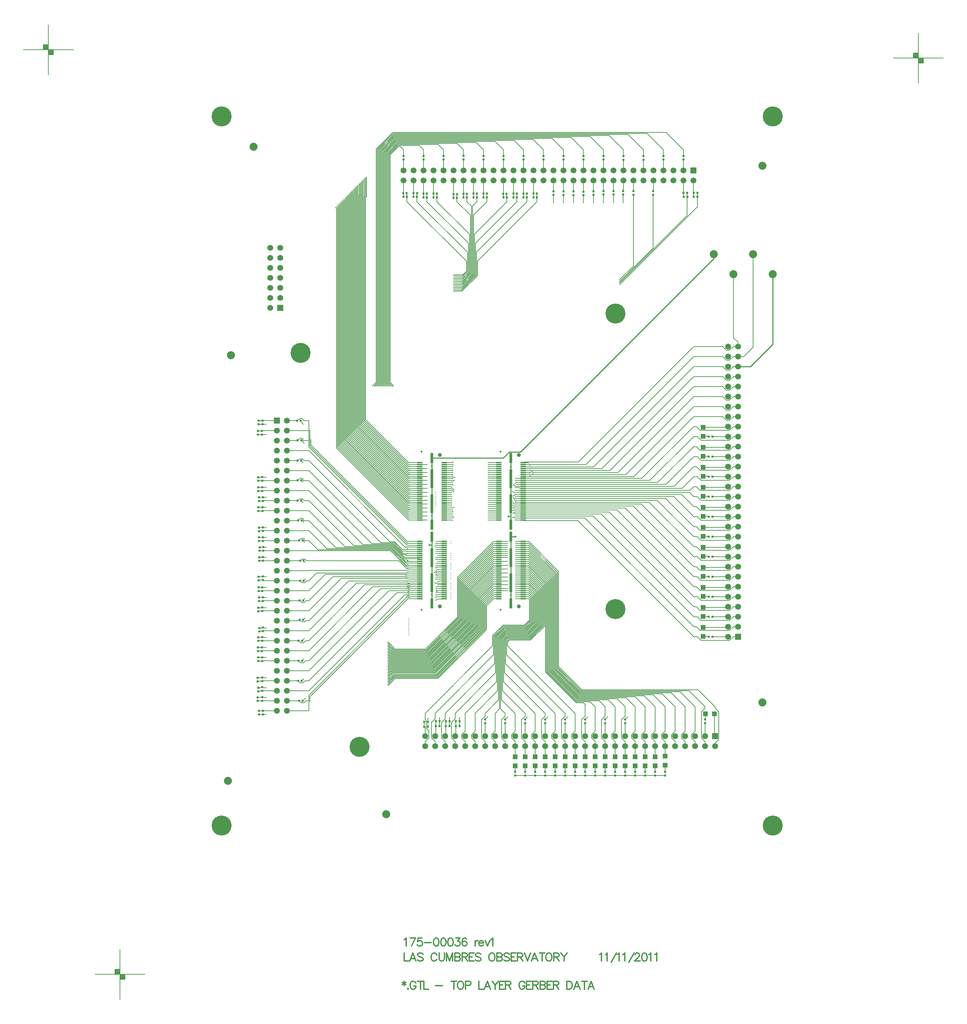
<source format=gtl>
%FSLAX23Y23*%
%MOIN*%
G70*
G01*
G75*
G04 Layer_Physical_Order=1*
G04 Layer_Color=255*
%ADD10R,0.020X0.024*%
%ADD11R,0.025X0.100*%
%ADD12R,0.057X0.012*%
%ADD13R,0.025X0.185*%
%ADD14R,0.024X0.020*%
%ADD15R,0.050X0.050*%
%ADD16R,0.050X0.050*%
%ADD17C,0.005*%
%ADD18C,0.010*%
%ADD19C,0.012*%
%ADD20C,0.008*%
%ADD21C,0.012*%
%ADD22C,0.012*%
%ADD23C,0.200*%
%ADD24C,0.039*%
%ADD25C,0.059*%
%ADD26R,0.059X0.059*%
%ADD27R,0.059X0.059*%
%ADD28C,0.020*%
%ADD29C,0.080*%
%ADD30C,0.010*%
D10*
X31108Y23406D02*
D03*
X31073D02*
D03*
X29067Y18338D02*
D03*
X29032D02*
D03*
X29057Y18538D02*
D03*
X29022D02*
D03*
X29062Y18738D02*
D03*
X29027D02*
D03*
X29062Y18938D02*
D03*
X29027D02*
D03*
X29072Y19148D02*
D03*
X29037D02*
D03*
X29072Y19343D02*
D03*
X29037D02*
D03*
X29077Y19538D02*
D03*
X29042D02*
D03*
X29077Y19738D02*
D03*
X29042D02*
D03*
X29067Y19943D02*
D03*
X29032D02*
D03*
X29057Y20143D02*
D03*
X29022D02*
D03*
X29052Y20338D02*
D03*
X29017D02*
D03*
X29052Y20543D02*
D03*
X29017D02*
D03*
X29052Y20738D02*
D03*
X29017D02*
D03*
X29052Y20943D02*
D03*
X29017D02*
D03*
X29048Y21139D02*
D03*
X29013D02*
D03*
X33015Y23376D02*
D03*
X32980D02*
D03*
X32915D02*
D03*
X32880D02*
D03*
X32980Y23416D02*
D03*
X33015D02*
D03*
X32877D02*
D03*
X32913D02*
D03*
X31411Y23368D02*
D03*
X31375D02*
D03*
X31311D02*
D03*
X31275D02*
D03*
X31375Y23408D02*
D03*
X31411D02*
D03*
X31211Y23368D02*
D03*
X31175D02*
D03*
X31275Y23408D02*
D03*
X31311D02*
D03*
X31111Y23368D02*
D03*
X31075D02*
D03*
X31175Y23408D02*
D03*
X31211D02*
D03*
X30911Y23368D02*
D03*
X30875D02*
D03*
X30811D02*
D03*
X30775D02*
D03*
X30875Y23408D02*
D03*
X30911D02*
D03*
X30711Y23368D02*
D03*
X30675D02*
D03*
X30775Y23408D02*
D03*
X30811D02*
D03*
X30675Y23405D02*
D03*
X30710D02*
D03*
X30411Y23370D02*
D03*
X30376D02*
D03*
X30311D02*
D03*
X30276D02*
D03*
X30376Y23410D02*
D03*
X30411D02*
D03*
X30211Y23375D02*
D03*
X30176D02*
D03*
X30276Y23410D02*
D03*
X30311D02*
D03*
X30111Y23377D02*
D03*
X30076D02*
D03*
X30177Y23413D02*
D03*
X30212D02*
D03*
X30576Y23366D02*
D03*
X30611D02*
D03*
X30612Y23403D02*
D03*
X30577D02*
D03*
X30107Y23414D02*
D03*
X30072D02*
D03*
X33165Y20979D02*
D03*
X33130D02*
D03*
X33165Y20779D02*
D03*
X33130D02*
D03*
X33165Y20579D02*
D03*
X33130D02*
D03*
X33165Y20379D02*
D03*
X33130D02*
D03*
X33165Y20179D02*
D03*
X33130D02*
D03*
X33165Y19979D02*
D03*
X33130D02*
D03*
X33165Y19779D02*
D03*
X33130D02*
D03*
X33165Y19579D02*
D03*
X33130D02*
D03*
X33165Y19379D02*
D03*
X33130D02*
D03*
X33165Y19179D02*
D03*
X33130D02*
D03*
X33165Y18979D02*
D03*
X33130D02*
D03*
X30600Y18085D02*
D03*
X30635D02*
D03*
X30500D02*
D03*
X30535D02*
D03*
X30635Y18135D02*
D03*
X30600D02*
D03*
X30535D02*
D03*
X30500D02*
D03*
X30400Y18085D02*
D03*
X30435D02*
D03*
X30284Y18130D02*
D03*
X30319D02*
D03*
X30435Y18135D02*
D03*
X30400D02*
D03*
X30319Y18080D02*
D03*
X30284D02*
D03*
D11*
X31151Y19978D02*
D03*
Y20100D02*
D03*
Y20765D02*
D03*
Y19313D02*
D03*
X30361Y19978D02*
D03*
Y20100D02*
D03*
Y20765D02*
D03*
Y19313D02*
D03*
D12*
X31272Y20718D02*
D03*
Y20698D02*
D03*
Y20679D02*
D03*
Y20659D02*
D03*
Y20639D02*
D03*
Y20620D02*
D03*
Y20600D02*
D03*
Y20580D02*
D03*
Y20561D02*
D03*
Y20541D02*
D03*
Y20521D02*
D03*
Y20501D02*
D03*
Y20482D02*
D03*
Y20462D02*
D03*
Y20442D02*
D03*
Y20423D02*
D03*
Y20403D02*
D03*
Y20383D02*
D03*
Y20364D02*
D03*
Y20344D02*
D03*
Y20324D02*
D03*
Y20305D02*
D03*
Y20285D02*
D03*
Y20265D02*
D03*
Y20246D02*
D03*
Y20226D02*
D03*
Y20206D02*
D03*
Y20187D02*
D03*
Y20167D02*
D03*
Y20147D02*
D03*
Y19931D02*
D03*
Y19911D02*
D03*
Y19891D02*
D03*
Y19872D02*
D03*
Y19852D02*
D03*
Y19832D02*
D03*
Y19812D02*
D03*
Y19793D02*
D03*
Y19773D02*
D03*
Y19753D02*
D03*
Y19734D02*
D03*
Y19714D02*
D03*
Y19694D02*
D03*
Y19675D02*
D03*
Y19655D02*
D03*
Y19635D02*
D03*
Y19616D02*
D03*
Y19596D02*
D03*
Y19576D02*
D03*
Y19557D02*
D03*
Y19537D02*
D03*
Y19517D02*
D03*
Y19498D02*
D03*
Y19478D02*
D03*
Y19458D02*
D03*
Y19438D02*
D03*
Y19419D02*
D03*
Y19399D02*
D03*
Y19379D02*
D03*
Y19360D02*
D03*
X31029Y20718D02*
D03*
Y20698D02*
D03*
Y20679D02*
D03*
Y20659D02*
D03*
Y20639D02*
D03*
Y20620D02*
D03*
Y20600D02*
D03*
Y20580D02*
D03*
Y20561D02*
D03*
Y20541D02*
D03*
Y20521D02*
D03*
Y20501D02*
D03*
Y20482D02*
D03*
Y20462D02*
D03*
Y20442D02*
D03*
Y20423D02*
D03*
Y20403D02*
D03*
Y20383D02*
D03*
Y20364D02*
D03*
Y20344D02*
D03*
Y20324D02*
D03*
Y20305D02*
D03*
Y20285D02*
D03*
Y20265D02*
D03*
Y20246D02*
D03*
Y20226D02*
D03*
Y20206D02*
D03*
Y20187D02*
D03*
Y20167D02*
D03*
Y20147D02*
D03*
Y19931D02*
D03*
Y19911D02*
D03*
Y19891D02*
D03*
Y19872D02*
D03*
Y19852D02*
D03*
Y19832D02*
D03*
Y19812D02*
D03*
Y19793D02*
D03*
Y19773D02*
D03*
Y19753D02*
D03*
Y19734D02*
D03*
Y19714D02*
D03*
Y19694D02*
D03*
Y19675D02*
D03*
Y19655D02*
D03*
Y19635D02*
D03*
Y19616D02*
D03*
Y19596D02*
D03*
Y19576D02*
D03*
Y19557D02*
D03*
Y19537D02*
D03*
Y19517D02*
D03*
Y19498D02*
D03*
Y19478D02*
D03*
Y19458D02*
D03*
Y19438D02*
D03*
Y19419D02*
D03*
Y19399D02*
D03*
Y19379D02*
D03*
Y19360D02*
D03*
X30482Y20718D02*
D03*
Y20698D02*
D03*
Y20679D02*
D03*
Y20659D02*
D03*
Y20639D02*
D03*
Y20620D02*
D03*
Y20600D02*
D03*
Y20580D02*
D03*
Y20561D02*
D03*
Y20541D02*
D03*
Y20521D02*
D03*
Y20501D02*
D03*
Y20482D02*
D03*
Y20462D02*
D03*
Y20442D02*
D03*
Y20423D02*
D03*
Y20403D02*
D03*
Y20383D02*
D03*
Y20364D02*
D03*
Y20344D02*
D03*
Y20324D02*
D03*
Y20305D02*
D03*
Y20285D02*
D03*
Y20265D02*
D03*
Y20246D02*
D03*
Y20226D02*
D03*
Y20206D02*
D03*
Y20187D02*
D03*
Y20167D02*
D03*
Y20147D02*
D03*
Y19931D02*
D03*
Y19911D02*
D03*
Y19891D02*
D03*
Y19872D02*
D03*
Y19852D02*
D03*
Y19832D02*
D03*
Y19812D02*
D03*
Y19793D02*
D03*
Y19773D02*
D03*
Y19753D02*
D03*
Y19734D02*
D03*
Y19714D02*
D03*
Y19694D02*
D03*
Y19675D02*
D03*
Y19655D02*
D03*
Y19635D02*
D03*
Y19616D02*
D03*
Y19596D02*
D03*
Y19576D02*
D03*
Y19557D02*
D03*
Y19537D02*
D03*
Y19517D02*
D03*
Y19498D02*
D03*
Y19478D02*
D03*
Y19458D02*
D03*
Y19438D02*
D03*
Y19419D02*
D03*
Y19399D02*
D03*
Y19379D02*
D03*
Y19360D02*
D03*
X30239Y20718D02*
D03*
Y20698D02*
D03*
Y20679D02*
D03*
Y20659D02*
D03*
Y20639D02*
D03*
Y20620D02*
D03*
Y20600D02*
D03*
Y20580D02*
D03*
Y20561D02*
D03*
Y20541D02*
D03*
Y20521D02*
D03*
Y20501D02*
D03*
Y20482D02*
D03*
Y20462D02*
D03*
Y20442D02*
D03*
Y20423D02*
D03*
Y20403D02*
D03*
Y20383D02*
D03*
Y20364D02*
D03*
Y20344D02*
D03*
Y20324D02*
D03*
Y20305D02*
D03*
Y20285D02*
D03*
Y20265D02*
D03*
Y20246D02*
D03*
Y20226D02*
D03*
Y20206D02*
D03*
Y20187D02*
D03*
Y20167D02*
D03*
Y20147D02*
D03*
Y19931D02*
D03*
Y19911D02*
D03*
Y19891D02*
D03*
Y19872D02*
D03*
Y19852D02*
D03*
Y19832D02*
D03*
Y19812D02*
D03*
Y19793D02*
D03*
Y19773D02*
D03*
Y19753D02*
D03*
Y19734D02*
D03*
Y19714D02*
D03*
Y19694D02*
D03*
Y19675D02*
D03*
Y19655D02*
D03*
Y19635D02*
D03*
Y19616D02*
D03*
Y19596D02*
D03*
Y19576D02*
D03*
Y19557D02*
D03*
Y19537D02*
D03*
Y19517D02*
D03*
Y19498D02*
D03*
Y19478D02*
D03*
Y19458D02*
D03*
Y19438D02*
D03*
Y19419D02*
D03*
Y19399D02*
D03*
Y19379D02*
D03*
Y19360D02*
D03*
D13*
X31151Y20558D02*
D03*
Y20308D02*
D03*
Y19520D02*
D03*
Y19770D02*
D03*
X30361Y20558D02*
D03*
Y20308D02*
D03*
Y19520D02*
D03*
Y19770D02*
D03*
D14*
X28669Y18202D02*
D03*
Y18238D02*
D03*
X28664Y18376D02*
D03*
Y18340D02*
D03*
X28629Y18238D02*
D03*
Y18202D02*
D03*
X28664Y18476D02*
D03*
Y18440D02*
D03*
X28618Y18339D02*
D03*
Y18374D02*
D03*
X28664Y18571D02*
D03*
Y18535D02*
D03*
X28624Y18434D02*
D03*
Y18469D02*
D03*
X28616Y18534D02*
D03*
Y18569D02*
D03*
X28664Y18771D02*
D03*
Y18735D02*
D03*
X28659Y18871D02*
D03*
Y18835D02*
D03*
X28624Y18735D02*
D03*
Y18771D02*
D03*
X28664Y18976D02*
D03*
Y18940D02*
D03*
X28621Y18835D02*
D03*
Y18871D02*
D03*
X28669Y19071D02*
D03*
Y19035D02*
D03*
X28623Y18939D02*
D03*
Y18974D02*
D03*
X28632Y19031D02*
D03*
Y19067D02*
D03*
X28664Y19271D02*
D03*
Y19235D02*
D03*
X28669Y19371D02*
D03*
Y19335D02*
D03*
X28623Y19234D02*
D03*
Y19269D02*
D03*
X28664Y19471D02*
D03*
Y19435D02*
D03*
X28629Y19335D02*
D03*
Y19371D02*
D03*
X28669Y19581D02*
D03*
Y19545D02*
D03*
X28625Y19435D02*
D03*
Y19471D02*
D03*
X28628Y19543D02*
D03*
Y19579D02*
D03*
X28669Y19776D02*
D03*
Y19740D02*
D03*
X28674Y19876D02*
D03*
Y19840D02*
D03*
X28632Y19739D02*
D03*
Y19774D02*
D03*
X28669Y19971D02*
D03*
Y19935D02*
D03*
X28636Y19839D02*
D03*
Y19874D02*
D03*
X28669Y20071D02*
D03*
Y20035D02*
D03*
X28629Y19935D02*
D03*
Y19971D02*
D03*
Y20034D02*
D03*
Y20069D02*
D03*
X28665Y20271D02*
D03*
Y20236D02*
D03*
X28669Y20371D02*
D03*
Y20335D02*
D03*
X28624Y20235D02*
D03*
Y20271D02*
D03*
X28664Y20471D02*
D03*
Y20435D02*
D03*
X28629Y20335D02*
D03*
Y20371D02*
D03*
X28664Y20576D02*
D03*
Y20540D02*
D03*
X28624Y20435D02*
D03*
Y20471D02*
D03*
Y20538D02*
D03*
Y20573D02*
D03*
X28619Y21000D02*
D03*
Y21036D02*
D03*
X28625Y21102D02*
D03*
Y21138D02*
D03*
X28659Y21036D02*
D03*
Y21000D02*
D03*
X28665Y21138D02*
D03*
Y21102D02*
D03*
X32877Y23784D02*
D03*
Y23748D02*
D03*
X32677Y23784D02*
D03*
Y23748D02*
D03*
X32574Y23396D02*
D03*
Y23432D02*
D03*
X32477Y23781D02*
D03*
Y23746D02*
D03*
X32376Y23396D02*
D03*
Y23432D02*
D03*
X32277Y23781D02*
D03*
Y23746D02*
D03*
X32077Y23784D02*
D03*
Y23748D02*
D03*
X31877Y23784D02*
D03*
Y23748D02*
D03*
X31677Y23784D02*
D03*
Y23748D02*
D03*
X31477Y23784D02*
D03*
Y23748D02*
D03*
X31277Y23784D02*
D03*
Y23748D02*
D03*
X31075Y23784D02*
D03*
Y23748D02*
D03*
X30877Y23784D02*
D03*
Y23748D02*
D03*
X30676Y23785D02*
D03*
Y23749D02*
D03*
X30477Y23784D02*
D03*
Y23748D02*
D03*
X30277Y23784D02*
D03*
Y23748D02*
D03*
X30077Y23784D02*
D03*
Y23748D02*
D03*
X33092Y18117D02*
D03*
Y18153D02*
D03*
X32692Y17592D02*
D03*
Y17628D02*
D03*
X32592Y17592D02*
D03*
Y17628D02*
D03*
X32492Y17592D02*
D03*
Y17628D02*
D03*
X32392Y17592D02*
D03*
Y17628D02*
D03*
X32292Y17592D02*
D03*
Y17628D02*
D03*
Y18117D02*
D03*
Y18153D02*
D03*
X32192Y17592D02*
D03*
Y17628D02*
D03*
X32092Y17592D02*
D03*
Y17628D02*
D03*
Y18117D02*
D03*
Y18153D02*
D03*
X31992Y17592D02*
D03*
Y17628D02*
D03*
X31892Y17592D02*
D03*
Y17628D02*
D03*
Y18117D02*
D03*
Y18153D02*
D03*
X31792Y17592D02*
D03*
Y17628D02*
D03*
X31692Y17592D02*
D03*
Y17628D02*
D03*
Y18117D02*
D03*
Y18153D02*
D03*
X31592Y17592D02*
D03*
Y17628D02*
D03*
X31492Y17592D02*
D03*
Y17628D02*
D03*
Y18117D02*
D03*
Y18153D02*
D03*
X31392Y17592D02*
D03*
Y17628D02*
D03*
X31292Y17592D02*
D03*
Y17628D02*
D03*
Y18117D02*
D03*
Y18153D02*
D03*
X31192Y17592D02*
D03*
Y17628D02*
D03*
X31092Y18117D02*
D03*
Y18153D02*
D03*
X30892Y18117D02*
D03*
Y18153D02*
D03*
X32274Y23434D02*
D03*
Y23398D02*
D03*
X32175Y23434D02*
D03*
Y23398D02*
D03*
X32075Y23434D02*
D03*
Y23398D02*
D03*
X31975Y23430D02*
D03*
Y23395D02*
D03*
X31877Y23427D02*
D03*
Y23391D02*
D03*
X31775Y23429D02*
D03*
Y23393D02*
D03*
X31675Y23429D02*
D03*
Y23393D02*
D03*
X31575Y23430D02*
D03*
Y23395D02*
D03*
D15*
X33072Y20984D02*
D03*
Y21074D02*
D03*
Y20784D02*
D03*
Y20874D02*
D03*
Y20584D02*
D03*
Y20674D02*
D03*
Y20384D02*
D03*
Y20474D02*
D03*
Y20184D02*
D03*
Y20274D02*
D03*
Y19984D02*
D03*
Y20074D02*
D03*
Y19784D02*
D03*
Y19874D02*
D03*
Y19584D02*
D03*
Y19674D02*
D03*
Y19384D02*
D03*
Y19474D02*
D03*
Y19184D02*
D03*
Y19274D02*
D03*
Y18984D02*
D03*
Y19074D02*
D03*
X32692Y17695D02*
D03*
Y17785D02*
D03*
X32592Y17690D02*
D03*
Y17780D02*
D03*
X32492Y17690D02*
D03*
Y17780D02*
D03*
X32392Y17690D02*
D03*
Y17780D02*
D03*
X32292Y17690D02*
D03*
Y17780D02*
D03*
X32192Y17690D02*
D03*
Y17780D02*
D03*
X32092Y17690D02*
D03*
Y17780D02*
D03*
X31992Y17690D02*
D03*
Y17780D02*
D03*
X31892Y17690D02*
D03*
Y17780D02*
D03*
X31792Y17690D02*
D03*
Y17780D02*
D03*
X31692Y17690D02*
D03*
Y17780D02*
D03*
X31592Y17690D02*
D03*
Y17780D02*
D03*
X31492Y17690D02*
D03*
Y17780D02*
D03*
X31392Y17690D02*
D03*
Y17780D02*
D03*
X31292Y17690D02*
D03*
Y17780D02*
D03*
X31192Y17690D02*
D03*
Y17780D02*
D03*
D16*
X33097Y18210D02*
D03*
X33187D02*
D03*
D17*
X31190Y20507D02*
X31204Y20521D01*
X30417Y19730D02*
X30421Y19734D01*
X30570Y20265D02*
X30582Y20277D01*
X30482Y20265D02*
X30570D01*
X30417Y19793D02*
X30482D01*
X30389Y19521D02*
X30398Y19513D01*
X29064Y21114D02*
X29074Y21104D01*
X30570Y20489D02*
Y20501D01*
X30570Y20460D02*
X30583Y20447D01*
X30570Y20489D02*
X30570Y20489D01*
X30482Y20482D02*
X30551D01*
X30561Y20472D01*
X30560Y20402D02*
X30560D01*
X30561Y20403D01*
X30577Y20422D02*
Y20429D01*
X30586Y20541D02*
X30588Y20543D01*
X30570Y20521D02*
Y20524D01*
Y20521D02*
X30570Y20521D01*
X30568Y20459D02*
X30570Y20462D01*
X30564Y20442D02*
X30577Y20429D01*
X30482Y20442D02*
X30564D01*
X30559Y20421D02*
X30560D01*
X30561Y20423D01*
X30570Y20460D02*
Y20462D01*
X30559Y20564D02*
X30566Y20557D01*
X30560Y20595D02*
X30569D01*
X30555Y20600D02*
X30560Y20595D01*
X30482Y20659D02*
X30570D01*
X30586Y20541D02*
X30586D01*
X30582Y20545D02*
X30586Y20541D01*
X30569Y20595D02*
X30570Y20596D01*
X30590Y20570D02*
X30590D01*
X30586Y20574D02*
X30590Y20570D01*
X30482Y20364D02*
X30561D01*
X30571Y20246D02*
X30571Y20246D01*
X30482Y20285D02*
X30561D01*
X30482Y20305D02*
X30561D01*
X30482Y20246D02*
X30571D01*
X30482Y20324D02*
X30561D01*
X30482Y20403D02*
X30561D01*
X30485Y20459D02*
X30568D01*
X30558Y20472D02*
X30561D01*
X30574Y20537D02*
X30582Y20545D01*
X30574Y20537D02*
X30574D01*
X30572Y20539D02*
X30574Y20537D01*
X30572Y20539D02*
X30572D01*
X30571Y20539D02*
X30572Y20539D01*
X30561Y20539D02*
X30571D01*
X30558Y20541D02*
X30561Y20539D01*
X30482Y20462D02*
X30485Y20459D01*
X30570Y20579D02*
X30579Y20570D01*
X30570Y20579D02*
Y20580D01*
X30482D02*
X30570D01*
X30582Y20570D02*
X30586Y20574D01*
X30579Y20570D02*
X30582D01*
X30562Y20646D02*
X30563Y20645D01*
X30570Y20596D02*
Y20600D01*
X30482Y20541D02*
X30558D01*
X30482Y20639D02*
X30570D01*
X30565Y20645D02*
X30570Y20639D01*
X30482Y20501D02*
X30570D01*
X30566Y20556D02*
X30570Y20561D01*
X30922Y20662D02*
X30925Y20659D01*
X30925Y20639D02*
X31029D01*
X30922Y20642D02*
X30925Y20639D01*
X30926Y20718D02*
X31029D01*
X30922Y20722D02*
X30926Y20718D01*
X30922Y20682D02*
X30926Y20679D01*
X30925Y20659D02*
X31029D01*
X30922Y20622D02*
X30925Y20620D01*
X30926Y20698D02*
X31029D01*
X30922Y20702D02*
X30926Y20698D01*
X30926Y20679D02*
X31029D01*
X30924Y20561D02*
X31029D01*
X30922Y20582D02*
X30924Y20580D01*
X30922Y20562D02*
X30924Y20561D01*
X30923Y20541D02*
X31029D01*
X30922Y20542D02*
X30923Y20541D01*
X30925Y20620D02*
X31029D01*
X30922Y20522D02*
X30923Y20521D01*
X30924Y20580D02*
X31029D01*
X30313Y20698D02*
X30313Y20699D01*
X30313Y20659D02*
X30313Y20659D01*
X29833Y21507D02*
Y23841D01*
X29813Y21487D02*
X29833Y21507D01*
X29823Y21512D02*
Y23845D01*
X29798Y21487D02*
X29823Y21512D01*
X29813Y21517D02*
Y23849D01*
X29783Y21487D02*
X29813Y21517D01*
X29803Y21522D02*
Y23853D01*
X29768Y21487D02*
X29803Y21522D01*
X29813Y21484D02*
Y21487D01*
X29783Y21484D02*
Y21487D01*
X29843D02*
X29853Y21497D01*
X29843Y21484D02*
Y21487D01*
X29828D02*
X29843Y21502D01*
X29828Y21484D02*
Y21487D01*
X29883Y21492D02*
Y23820D01*
Y21492D02*
X29888Y21487D01*
X29893Y21497D02*
Y23816D01*
Y21497D02*
X29903Y21487D01*
Y21502D02*
X29918Y21487D01*
X29903Y21502D02*
Y23812D01*
X29913Y21507D02*
X29933Y21487D01*
X29913Y21507D02*
Y23807D01*
X29923Y21512D02*
Y23803D01*
Y21512D02*
X29948Y21487D01*
X29933Y21517D02*
X29963Y21487D01*
X29933Y21517D02*
Y23799D01*
X29943Y21522D02*
Y23795D01*
Y21522D02*
X29978Y21487D01*
X29863Y21492D02*
Y23828D01*
X29858Y21487D02*
X29863Y21492D01*
X29903Y21484D02*
Y21487D01*
X29933Y21484D02*
Y21487D01*
X29853Y21497D02*
Y23832D01*
X29843Y21502D02*
Y23836D01*
X31117Y19458D02*
X31117Y19458D01*
X32274Y23315D02*
Y23398D01*
X32175Y23315D02*
Y23398D01*
X32075Y23315D02*
Y23398D01*
X31975Y23315D02*
Y23395D01*
X31575Y23315D02*
Y23395D01*
X31675Y23315D02*
Y23393D01*
X31775Y23315D02*
Y23393D01*
X31877Y23315D02*
Y23391D01*
X32275Y23430D02*
Y23540D01*
X30482Y20423D02*
X30561D01*
X30482Y20383D02*
X30561D01*
X30482Y20344D02*
X30561D01*
X32075Y23434D02*
Y23540D01*
X32175Y23434D02*
Y23540D01*
X30815Y22586D02*
Y22732D01*
X30660Y22431D02*
X30815Y22586D01*
X30576Y22431D02*
X30660D01*
X30805Y22591D02*
Y22822D01*
X30661Y22446D02*
X30805Y22591D01*
X30576Y22446D02*
X30661D01*
X30795Y22595D02*
Y22912D01*
X30662Y22461D02*
X30795Y22595D01*
X30576Y22461D02*
X30662D01*
X30785Y22599D02*
Y23002D01*
X30662Y22476D02*
X30785Y22599D01*
X30576Y22476D02*
X30662D01*
X30775Y22603D02*
Y23192D01*
X30663Y22491D02*
X30775Y22603D01*
X30576Y22491D02*
X30663D01*
X30765Y22607D02*
Y23282D01*
X30664Y22506D02*
X30765Y22607D01*
X30576Y22506D02*
X30664D01*
X30755Y22611D02*
Y23282D01*
X30665Y22521D02*
X30755Y22611D01*
X30576Y22521D02*
X30665D01*
X30745Y22615D02*
Y23192D01*
X30666Y22536D02*
X30745Y22615D01*
X30576Y22536D02*
X30666D01*
X30735Y22620D02*
Y23003D01*
X30667Y22551D02*
X30735Y22620D01*
X30576Y22551D02*
X30667D01*
X30725Y22624D02*
Y22913D01*
X30668Y22566D02*
X30725Y22624D01*
X30576Y22566D02*
X30668D01*
X30715Y22628D02*
Y22822D01*
X30668Y22581D02*
X30715Y22628D01*
X30576Y22581D02*
X30668D01*
X30705Y22632D02*
Y22732D01*
X30669Y22596D02*
X30705Y22632D01*
X30576Y22596D02*
X30669D01*
X30482Y20718D02*
X30570D01*
X32175Y23430D02*
Y23434D01*
X32075Y23430D02*
Y23434D01*
X30482Y20226D02*
X30570D01*
Y20231D01*
X30482Y20206D02*
X30571D01*
X31975Y23430D02*
Y23540D01*
X31875Y23430D02*
Y23540D01*
X31775Y23430D02*
Y23540D01*
X31675Y23430D02*
Y23540D01*
X31575Y23430D02*
Y23540D01*
X33376Y21967D02*
Y22604D01*
Y21967D02*
X33422Y21921D01*
Y21879D02*
Y21921D01*
X33573Y21872D02*
Y22801D01*
X33480Y21779D02*
X33573Y21872D01*
X33422Y21779D02*
X33480D01*
X30111Y23377D02*
X30111Y23377D01*
X30110Y23378D02*
X30111Y23377D01*
X30060Y23525D02*
X30075Y23540D01*
X30110Y23414D02*
X30110Y23414D01*
X32375Y23434D02*
Y23540D01*
X32575Y23434D02*
Y23540D01*
X31375Y23368D02*
Y23408D01*
X31175Y23368D02*
Y23408D01*
Y23540D01*
X31075Y23368D02*
Y23408D01*
Y23540D01*
X30875Y23408D02*
Y23540D01*
X30775Y23368D02*
Y23408D01*
Y23540D01*
X30675Y23368D02*
Y23408D01*
Y23540D01*
X30482Y20167D02*
X30570D01*
X30482Y20187D02*
X30570D01*
X30571Y20206D02*
X30571Y20206D01*
X30570Y20167D02*
X30579Y20176D01*
X30128Y20403D02*
X30239D01*
X30128Y20383D02*
X30239D01*
X30128Y20364D02*
X30239D01*
X30128Y20344D02*
X30239D01*
X30128Y20324D02*
X30239D01*
X30128Y20305D02*
X30239D01*
X30128Y20285D02*
X30239D01*
X30128Y20265D02*
X30239D01*
X30128Y20246D02*
X30239D01*
X30128Y20226D02*
X30239D01*
X30128Y20206D02*
X30239D01*
X30128Y20187D02*
X30239D01*
X30128Y20167D02*
X30239D01*
X30128Y20147D02*
X30239D01*
X30128Y20482D02*
X30239D01*
X30128Y20521D02*
X30239D01*
X30128Y20541D02*
X30239D01*
X30128Y20561D02*
X30239D01*
X30128Y20580D02*
X30239D01*
X30128Y20600D02*
X30239D01*
X30128Y20620D02*
X30239D01*
X30128Y20639D02*
X30239D01*
X30128Y20679D02*
X30239D01*
X30128Y20698D02*
X30239D01*
X30128Y20718D02*
X30239D01*
X31275Y23408D02*
Y23540D01*
X32877Y23784D02*
Y23846D01*
X32677Y23784D02*
Y23846D01*
X32477Y23784D02*
Y23846D01*
X32277Y23784D02*
Y23846D01*
X32077Y23784D02*
Y23846D01*
X31877Y23784D02*
Y23846D01*
X31677Y23784D02*
Y23846D01*
X30677Y23784D02*
Y23846D01*
X30877Y23784D02*
Y23846D01*
X31077Y23784D02*
Y23846D01*
X31277Y23784D02*
Y23846D01*
X31477Y23784D02*
Y23846D01*
X32875Y23640D02*
Y23746D01*
X32675Y23640D02*
Y23746D01*
X32075Y23640D02*
Y23746D01*
X31875Y23640D02*
Y23746D01*
X31675Y23640D02*
Y23746D01*
X30675Y23640D02*
Y23746D01*
X30875Y23640D02*
Y23746D01*
X31075Y23640D02*
Y23746D01*
X31275Y23640D02*
Y23746D01*
X31475Y23640D02*
Y23746D01*
X29545Y23418D02*
X29548Y23415D01*
X29535Y23407D02*
X29538Y23404D01*
X29524Y23397D02*
X29528Y23392D01*
X29513Y23386D02*
X29518Y23381D01*
X29503Y23375D02*
X29508Y23370D01*
X29492Y23365D02*
X29498Y23359D01*
X29481Y23354D02*
X29488Y23348D01*
X29471Y23344D02*
X29478Y23336D01*
X29460Y23333D02*
X29468Y23325D01*
X29450Y23322D02*
X29458Y23314D01*
X29439Y23312D02*
X29448Y23303D01*
X29428Y23301D02*
X29438Y23291D01*
X29418Y23291D02*
X29428Y23280D01*
X29397Y23269D02*
X29408Y23258D01*
X29556Y23429D02*
X29558Y23426D01*
X29568Y23423D02*
X29568Y23423D01*
X29566Y23439D02*
X29568Y23437D01*
Y23423D02*
Y23437D01*
X29577Y23450D02*
X29579Y23448D01*
X29588Y23460D02*
X29589Y23458D01*
X29598Y23471D02*
X29600Y23469D01*
X29609Y23482D02*
X29611Y23480D01*
X29619Y23492D02*
X29621Y23490D01*
X29630Y23503D02*
X29632Y23501D01*
X29641Y23513D02*
X29642Y23511D01*
X29651Y23524D02*
X29653Y23522D01*
X29662Y23535D02*
X29664Y23533D01*
X29672Y23545D02*
X29674Y23543D01*
X32275Y23640D02*
Y23746D01*
X32475Y23640D02*
Y23746D01*
X30477Y23784D02*
Y23846D01*
X30277Y23784D02*
Y23846D01*
X30475Y23640D02*
Y23746D01*
X30075D02*
X30077Y23748D01*
X30075Y23640D02*
Y23746D01*
X30275Y23640D02*
Y23746D01*
X30077Y23784D02*
Y23846D01*
X30043Y23880D02*
X30077Y23846D01*
X30028Y23880D02*
X30043D01*
X30233Y23890D02*
X30277Y23846D01*
X30423Y23900D02*
X30477Y23846D01*
X30020Y23900D02*
X30423D01*
X30613Y23910D02*
X30677Y23846D01*
X30016Y23910D02*
X30613D01*
X30803Y23920D02*
X30877Y23846D01*
X30012Y23920D02*
X30803D01*
X30993Y23930D02*
X31077Y23846D01*
X30008Y23930D02*
X30993D01*
X31183Y23940D02*
X31277Y23846D01*
X30003Y23940D02*
X31183D01*
X31373Y23950D02*
X31477Y23846D01*
X31563Y23960D02*
X31677Y23846D01*
X29995Y23960D02*
X31563D01*
X31753Y23970D02*
X31877Y23846D01*
X29991Y23970D02*
X31753D01*
X31943Y23980D02*
X32077Y23846D01*
X29987Y23980D02*
X31943D01*
X32133Y23990D02*
X32277Y23846D01*
X29983Y23990D02*
X32133D01*
X32323Y24000D02*
X32477Y23846D01*
X29979Y24000D02*
X32323D01*
X32513Y24010D02*
X32677Y23846D01*
X29974Y24010D02*
X32513D01*
X32703Y24020D02*
X32877Y23846D01*
X29970Y24020D02*
X32703D01*
X30024Y23890D02*
X30233D01*
X29999Y23950D02*
X31373D01*
X29683Y23556D02*
X29685Y23554D01*
X29694Y23566D02*
X29696Y23565D01*
X29704Y23577D02*
X29706Y23575D01*
X29858Y21484D02*
Y21487D01*
X29798Y21484D02*
Y21487D01*
X29768Y21484D02*
Y21487D01*
X29888Y21484D02*
Y21487D01*
X29918Y21484D02*
Y21487D01*
X29948Y21484D02*
Y21487D01*
X29963Y21484D02*
Y21487D01*
X29978Y21484D02*
Y21487D01*
X30128Y20659D02*
X30239D01*
X30128Y20718D02*
Y20724D01*
Y20679D02*
X30134Y20684D01*
X30135D01*
X30128Y20639D02*
X30134Y20645D01*
X30135D01*
X30128Y20600D02*
X30134Y20605D01*
X30135D01*
X30128Y20561D02*
X30134Y20566D01*
X30135D01*
X30128Y20521D02*
X30134Y20526D01*
X30135D01*
X30128Y20482D02*
X30134Y20487D01*
X30135D01*
X30128Y20442D02*
X30134Y20448D01*
X30135D01*
X30128Y20403D02*
X30134Y20408D01*
X30135D01*
X30128Y20364D02*
X30134Y20369D01*
X30135D01*
X30128Y20324D02*
X30134Y20330D01*
X30135D01*
X30128Y20285D02*
X30134Y20290D01*
X30135D01*
X30128Y20246D02*
X30134Y20251D01*
X30135D01*
X30875Y23368D02*
Y23408D01*
X30482Y20147D02*
X30570D01*
X32875Y23376D02*
Y23540D01*
X32975Y23373D02*
Y23540D01*
X31375Y23408D02*
Y23540D01*
X30110Y23378D02*
Y23414D01*
X32376Y22684D02*
Y23396D01*
X33015Y23376D02*
Y23416D01*
X29578Y23419D02*
X29579Y23420D01*
Y23448D01*
X29588Y23415D02*
X29589Y23416D01*
Y23458D01*
X29598Y23411D02*
X29600Y23413D01*
Y23469D01*
X29608Y23407D02*
X29611Y23409D01*
Y23480D01*
X29618Y23403D02*
X29621Y23406D01*
Y23490D01*
X29628Y23398D02*
X29632Y23402D01*
Y23501D01*
X29638Y23394D02*
X29642Y23399D01*
Y23511D01*
X29653Y23395D02*
Y23522D01*
X29648Y23390D02*
X29653Y23395D01*
X29664Y23392D02*
Y23533D01*
X29658Y23386D02*
X29664Y23392D01*
X29668Y23382D02*
X29674Y23388D01*
Y23543D01*
X29678Y23378D02*
X29685Y23384D01*
Y23554D01*
X29696Y23381D02*
Y23565D01*
X29688Y23374D02*
X29696Y23381D01*
X29706Y23377D02*
Y23575D01*
X29698Y23369D02*
X29706Y23377D01*
X29803Y23853D02*
X29970Y24020D01*
X29813Y23849D02*
X29974Y24010D01*
X29823Y23845D02*
X29979Y24000D01*
X29833Y23841D02*
X29983Y23990D01*
X29843Y23836D02*
X29987Y23980D01*
X29853Y23832D02*
X29991Y23970D01*
X29863Y23828D02*
X29995Y23960D01*
X29873Y23824D02*
X29999Y23950D01*
X29883Y23820D02*
X30003Y23940D01*
X29893Y23816D02*
X30008Y23930D01*
X29903Y23812D02*
X30012Y23920D01*
X29913Y23807D02*
X30016Y23910D01*
X29923Y23803D02*
X30020Y23900D01*
X29933Y23799D02*
X30024Y23890D01*
X29943Y23795D02*
X30028Y23880D01*
X29407Y23280D02*
X29418Y23269D01*
X30911Y23368D02*
Y23408D01*
X30811Y23327D02*
Y23368D01*
Y23408D01*
X30711Y23327D02*
Y23368D01*
Y23408D01*
X30611Y23327D02*
Y23368D01*
X30411Y23327D02*
Y23370D01*
Y23410D01*
X30311Y23327D02*
Y23370D01*
Y23410D01*
X31111Y23327D02*
Y23368D01*
Y23408D01*
X31211Y23327D02*
Y23368D01*
Y23408D01*
X31311Y23327D02*
Y23368D01*
X31411D02*
Y23408D01*
X31275Y23368D02*
Y23408D01*
X31311Y23368D02*
Y23408D01*
X30611Y23368D02*
Y23408D01*
X30575Y23368D02*
Y23408D01*
Y23540D01*
X30128Y20423D02*
X30239D01*
X30128Y20442D02*
X30239D01*
X30128Y20462D02*
X30239D01*
X30375Y23369D02*
Y23540D01*
X30075Y23376D02*
Y23540D01*
X30482Y20521D02*
X30570D01*
X30482Y20561D02*
X30570D01*
X30482Y20600D02*
X30570D01*
X30482Y20620D02*
X30570D01*
X30482Y20679D02*
X30570D01*
X30565Y20684D02*
X30570Y20679D01*
X30563Y20645D02*
X30565D01*
X30570Y20620D02*
Y20621D01*
X30275Y23371D02*
Y23540D01*
X29873Y21484D02*
Y23824D01*
X30911Y23327D02*
Y23368D01*
X30175Y23375D02*
Y23540D01*
X31411Y23327D02*
Y23368D01*
X30711Y23327D02*
X30755Y23282D01*
X30611Y23327D02*
X30745Y23192D01*
X30411Y23327D02*
X30735Y23003D01*
X30311Y23327D02*
X30725Y22913D01*
X30210Y23327D02*
X30715Y22822D01*
X30110Y23327D02*
X30705Y22732D01*
X30765Y23282D02*
X30811Y23327D01*
X30775Y23192D02*
X30911Y23327D01*
X30785Y23002D02*
X31111Y23327D01*
X30795Y22912D02*
X31211Y23327D01*
X30805Y22822D02*
X31311Y23327D01*
X30815Y22732D02*
X31411Y23327D01*
X30210D02*
Y23413D01*
X30110Y23327D02*
Y23378D01*
X32237Y22545D02*
X32376Y22684D01*
X32237Y22530D02*
X32240D01*
X32237Y22515D02*
X32240D01*
X32237Y22500D02*
X32240D01*
X33015Y23275D02*
Y23376D01*
X32574Y22864D02*
Y23396D01*
X32913Y23188D02*
Y23416D01*
X30114Y19734D02*
X30239D01*
X30114Y19773D02*
X30239D01*
X30114Y19812D02*
X30239D01*
X30114Y19852D02*
X30239D01*
X30114Y19891D02*
X30239D01*
X30114Y19931D02*
X30239D01*
X30114Y19655D02*
X30239D01*
X30114Y19694D02*
X30239D01*
X30107Y19601D02*
X30109D01*
X30114Y19478D02*
X30120Y19473D01*
X30121D01*
X30114Y19399D02*
X30120Y19394D01*
X30109Y19680D02*
X30114Y19675D01*
X30107Y19680D02*
X30109D01*
X30107Y19719D02*
X30109D01*
X30107Y19837D02*
X30109D01*
X30114Y19911D02*
X30120Y19916D01*
X29048Y21139D02*
X29064Y21123D01*
Y21114D02*
Y21123D01*
X29052Y20943D02*
X29082Y20913D01*
X29052Y20738D02*
X29070Y20720D01*
Y20719D02*
Y20720D01*
X29052Y20543D02*
X29071Y20524D01*
X29071D01*
X29052Y20338D02*
X29070Y20320D01*
X29070D01*
X29057Y20143D02*
X29075Y20125D01*
Y20124D02*
Y20125D01*
X29067Y19943D02*
X29086Y19924D01*
X29086D01*
X29077Y19738D02*
X29092Y19723D01*
X29092D01*
X29077Y19538D02*
X29094Y19555D01*
X29094D01*
X29072Y19343D02*
X29090Y19361D01*
X29090D01*
X29072Y19148D02*
X29072D01*
X29091Y19167D01*
X29062Y18938D02*
X29082Y18958D01*
X29082D01*
X29062Y18738D02*
X29080Y18756D01*
X29080D01*
X29057Y18538D02*
X29057D01*
X29077Y18558D01*
X29067Y18338D02*
X29095Y18366D01*
X30114Y19576D02*
X30239D01*
X29698Y21148D02*
X30128Y20718D01*
X29688Y21138D02*
X30128Y20698D01*
X29678Y21129D02*
X30128Y20679D01*
X29668Y21119D02*
X30128Y20659D01*
X29658Y21109D02*
X30128Y20639D01*
X29648Y21100D02*
X30128Y20620D01*
X29638Y21090D02*
X30128Y20600D01*
X29628Y21080D02*
X30128Y20580D01*
X29618Y21071D02*
X30128Y20561D01*
X29608Y21061D02*
X30128Y20541D01*
X29598Y21051D02*
X30128Y20521D01*
X29588Y21041D02*
X30128Y20501D01*
X29578Y21032D02*
X30128Y20482D01*
X29568Y21022D02*
X30128Y20462D01*
X29558Y21012D02*
X30128Y20442D01*
X29548Y21003D02*
X30128Y20423D01*
X29538Y20993D02*
X30128Y20403D01*
X29528Y20983D02*
X30128Y20383D01*
X29518Y20974D02*
X30128Y20364D01*
X29508Y20964D02*
X30128Y20344D01*
X29498Y20954D02*
X30128Y20324D01*
X29488Y20945D02*
X30128Y20305D01*
X29478Y20935D02*
X30128Y20285D01*
X29468Y20925D02*
X30128Y20265D01*
X29458Y20916D02*
X30128Y20246D01*
X29448Y20906D02*
X30128Y20226D01*
X29438Y20896D02*
X30128Y20206D01*
X29428Y20887D02*
X30128Y20187D01*
X29418Y20877D02*
X30128Y20167D01*
X29408Y20867D02*
X30128Y20147D01*
X28910Y21139D02*
X29013D01*
X28910Y19939D02*
X29031D01*
X28910Y19639D02*
X29129D01*
X29064Y19519D02*
X29090D01*
X29110Y19539D02*
X29129D01*
X29044D02*
X29064Y19519D01*
X29090D02*
X29110Y19539D01*
X29059Y19324D02*
X29085D01*
X29044Y19339D02*
X29059Y19324D01*
X29085D02*
X29100Y19339D01*
X29029Y18739D02*
X29049Y18719D01*
X29024Y18539D02*
X29044Y18519D01*
X29054Y18319D02*
X29080D01*
X29100Y18339D02*
X29129D01*
X29034D02*
X29054Y18319D01*
X29080D02*
X29100Y18339D01*
X28910Y18239D02*
X29129D01*
X29064Y19757D02*
X29090D01*
X29046Y19739D02*
X29064Y19757D01*
X29090D02*
X29108Y19739D01*
X28910Y20039D02*
X29129D01*
X29044Y20162D02*
X29070D01*
X29074Y20158D01*
Y20140D02*
Y20158D01*
Y20140D02*
X29075Y20139D01*
X28910Y20239D02*
X29129D01*
X29039Y20357D02*
X29065D01*
X29083Y20339D02*
X29129D01*
X29021D02*
X29039Y20357D01*
X29065D02*
X29083Y20339D01*
X28910Y20439D02*
X29129D01*
X29039Y20562D02*
X29065D01*
X29069Y20558D01*
Y20540D02*
Y20558D01*
Y20540D02*
X29070Y20539D01*
X29129D01*
X28910Y20639D02*
X29129D01*
X29039Y20757D02*
X29065D01*
X29083Y20739D02*
X29129D01*
X29021D02*
X29039Y20757D01*
X29065D02*
X29083Y20739D01*
X28910Y20839D02*
X29129D01*
X29039Y20962D02*
X29065D01*
X29069Y20958D01*
Y20940D02*
Y20958D01*
Y20940D02*
X29070Y20939D01*
X29129D01*
X28910Y21039D02*
X29129D01*
X29035Y21158D02*
X29061D01*
X29080Y21139D02*
X29129D01*
X29016D02*
X29035Y21158D01*
X29061D02*
X29080Y21139D01*
X30109Y19837D02*
X30114Y19832D01*
X30239D01*
X30109Y19601D02*
X30114Y19596D01*
X29698Y21148D02*
Y23369D01*
X29688Y21138D02*
Y23374D01*
X29678Y21129D02*
Y23378D01*
X29668Y21119D02*
Y23382D01*
X29658Y21109D02*
Y23386D01*
X29648Y21100D02*
Y23390D01*
X29638Y21090D02*
Y23394D01*
X29628Y21080D02*
Y23398D01*
X29618Y21071D02*
Y23403D01*
X29608Y21061D02*
Y23407D01*
X29598Y21051D02*
Y23411D01*
X29588Y21041D02*
Y23415D01*
X29578Y21032D02*
Y23419D01*
X29568Y21022D02*
Y23423D01*
X29558Y21012D02*
Y23426D01*
X29548Y21003D02*
Y23415D01*
X29538Y20993D02*
Y23404D01*
X29528Y20983D02*
Y23392D01*
X29518Y20974D02*
Y23381D01*
X29508Y20964D02*
Y23370D01*
X29498Y20954D02*
Y23359D01*
X29488Y20945D02*
Y23348D01*
X29478Y20935D02*
Y23336D01*
X29468Y20925D02*
Y23325D01*
X29458Y20916D02*
Y23314D01*
X29448Y20906D02*
Y23303D01*
X29438Y20896D02*
Y23291D01*
X29428Y20887D02*
Y23280D01*
X29418Y20877D02*
Y23269D01*
X29408Y20867D02*
Y23258D01*
X30109Y19719D02*
X30114Y19714D01*
X29129Y19639D02*
X29131Y19641D01*
X29129Y18239D02*
Y18329D01*
X29133D01*
X29139Y18335D01*
X29953Y19849D02*
X30107Y19694D01*
X30114D01*
X29957Y19859D02*
X30096Y19719D01*
X29961Y19869D02*
X30096Y19734D01*
X30114D01*
X29129Y20239D02*
X29489Y19879D01*
X29965D01*
X30085Y19759D01*
X30107D01*
X29129Y20339D02*
X29579Y19889D01*
X29969D01*
X30085Y19773D01*
X30114D01*
X29129Y20439D02*
X29669Y19899D01*
X29973D01*
X30074Y19798D01*
X29129Y20539D02*
X29759Y19909D01*
X29977D01*
X30074Y19812D01*
X30114D01*
X29129Y20639D02*
X29849Y19919D01*
X29982D01*
X30063Y19837D01*
X29129Y20739D02*
X29939Y19929D01*
X29986D01*
X30063Y19852D01*
X30114D01*
X29129Y20839D02*
X30091Y19877D01*
X30107D01*
X29129Y20876D02*
Y20939D01*
Y20949D02*
Y21039D01*
Y20949D02*
X29133D01*
X29139Y20943D01*
Y20886D02*
Y20943D01*
Y20886D02*
X30114Y19911D01*
X29129Y21049D02*
Y21139D01*
Y21049D02*
X29133D01*
X29139Y21043D01*
Y20957D02*
Y21043D01*
Y20957D02*
X29149Y20947D01*
Y20896D02*
Y20947D01*
X28910Y19539D02*
X29044D01*
X28910Y19339D02*
X29044D01*
X28910Y18939D02*
X29029D01*
X29031D01*
X29029Y18739D02*
X29031D01*
X28910Y18539D02*
X29024D01*
X29031D01*
X30114Y19399D02*
X30239D01*
X28910Y18339D02*
X29034D01*
X28910Y19739D02*
X29046D01*
X28910Y20139D02*
X29021D01*
X29022D01*
X29021D02*
X29044Y20162D01*
X28910Y20339D02*
X29021D01*
X28910Y20539D02*
X29016D01*
X29017D01*
X29016D02*
X29039Y20562D01*
X28910Y20739D02*
X29021D01*
X28910Y20939D02*
X29016D01*
X29017D01*
X29016D02*
X29039Y20962D01*
X29013Y21139D02*
X29016D01*
X28667D02*
X28810D01*
X28665Y21138D02*
X28667Y21139D01*
Y21039D02*
X28810D01*
X28667Y20539D02*
X28810D01*
X28667Y20439D02*
X28810D01*
X28667Y20239D02*
X28810D01*
X28667Y19439D02*
X28810D01*
X28667Y19239D02*
X28810D01*
X28667Y18939D02*
X28810D01*
X28667Y18539D02*
X28810D01*
X30114Y19478D02*
X30239D01*
X28910Y19139D02*
X29049D01*
X29059Y19129D01*
X29085D01*
X29095Y19139D01*
X30114Y19517D02*
X30239D01*
X30114Y19616D02*
X30239D01*
X30120Y19394D02*
X30121D01*
X30114Y19353D02*
Y19360D01*
X30239D01*
X29044Y18519D02*
X29070D01*
X29090Y18539D01*
X30401Y19596D02*
X30482D01*
X30401Y19694D02*
X30482D01*
X30401Y19931D02*
X30482D01*
X30401Y19379D02*
X30482D01*
X30401Y19832D02*
X30482D01*
X30401Y19852D02*
X30482D01*
X30401Y19872D02*
X30482D01*
X30401Y19911D02*
X30482D01*
X29129Y20876D02*
X30114Y19891D01*
Y19537D02*
X30239D01*
X30120Y19916D02*
X30121D01*
X30114Y19596D02*
X30239D01*
X30107Y19562D02*
X30109D01*
X30114Y19557D01*
X30239D01*
X29149Y20896D02*
X30114Y19931D01*
X30107Y19641D02*
X30109D01*
X30114Y19635D01*
X30100Y19594D02*
X30107Y19601D01*
X30100Y19594D02*
Y19594D01*
X30114Y19616D02*
X30121Y19623D01*
X30105Y19643D02*
X30105D01*
X30114Y19635D02*
X30116D01*
X30116Y19635D01*
X30239D02*
X30239Y19635D01*
X30116Y19635D02*
X30239D01*
X30114Y19517D02*
X30120Y19512D01*
X30121D01*
X30114Y19498D02*
X30121Y19490D01*
X30130Y19503D02*
Y19508D01*
X30111Y19540D02*
X30114Y19537D01*
X30104Y19565D02*
X30107Y19562D01*
X30125Y19451D02*
X30135D01*
X30143Y19458D02*
X30239D01*
X30114D02*
X30117D01*
X30125Y19451D01*
X30135D02*
X30143Y19458D01*
X30111Y19501D02*
X30114Y19498D01*
X30111Y19501D02*
Y19501D01*
X30114Y19419D02*
X30118D01*
X30125Y19412D01*
X30135D01*
X30143Y19419D01*
X30239D01*
X30130Y19463D02*
Y19469D01*
X30111Y19461D02*
X30114Y19458D01*
X30111Y19461D02*
X30111D01*
X30121Y19394D02*
X30130Y19385D01*
Y19384D02*
Y19385D01*
X30114Y19379D02*
X30117D01*
X30125Y19372D01*
X30130Y19424D02*
Y19429D01*
X30127Y19427D02*
Y19428D01*
X30130Y19384D02*
X30132Y19386D01*
X30114Y19349D02*
Y19353D01*
Y19379D02*
Y19380D01*
X30110Y19384D02*
X30114Y19380D01*
X30116Y19438D02*
X30127Y19428D01*
X30098Y19592D02*
X30100Y19594D01*
X30114Y19655D02*
X30122Y19663D01*
X30122D01*
X30114Y19675D02*
X30116D01*
X30117Y19676D01*
X30238D02*
X30239Y19675D01*
X30117Y19676D02*
X30238D01*
X30122Y19663D02*
X30124Y19661D01*
Y19659D02*
Y19661D01*
X30105Y19642D02*
X30105Y19643D01*
X30105Y19642D02*
Y19642D01*
X30114Y19694D02*
X30122Y19702D01*
X30122D01*
X30114Y19714D02*
X30117D01*
X30117Y19715D01*
X30238D02*
X30239Y19714D01*
X30117Y19715D02*
X30238D01*
X30122Y19702D02*
X30124Y19700D01*
Y19698D02*
Y19700D01*
X30106Y19679D02*
X30107Y19680D01*
X30106Y19679D02*
X30106D01*
X30030Y19739D02*
X30094Y19676D01*
Y19674D02*
Y19676D01*
X30114Y19734D02*
Y19745D01*
X30107Y19759D02*
X30107Y19759D01*
X30107Y19759D02*
X30107D01*
X30234Y19759D02*
X30239Y19753D01*
X30113Y19655D02*
X30114D01*
X30094Y19674D02*
X30113Y19655D01*
X30107Y19759D02*
X30234D01*
X30114Y19745D02*
X30122Y19737D01*
X30105Y19717D02*
X30107Y19719D01*
X30099Y19751D02*
Y19751D01*
X30105Y19716D02*
Y19717D01*
X30102Y19793D02*
X30107Y19798D01*
X30098Y19793D02*
X30102D01*
X30114Y19852D02*
Y19863D01*
X30106Y19878D02*
X30107Y19877D01*
X30106Y19878D02*
X30106D01*
X30234Y19877D02*
X30239Y19872D01*
X30114Y19863D02*
X30121Y19856D01*
X30105Y19835D02*
X30107Y19837D01*
X30105Y19835D02*
Y19835D01*
X30114Y19810D02*
Y19812D01*
X30096Y19791D02*
X30098Y19793D01*
X30107Y19798D02*
X30113Y19793D01*
X30239D01*
X30107Y19938D02*
X30114Y19931D01*
X30107Y19938D02*
Y19938D01*
X28667Y19539D02*
X28810D01*
X28667Y19339D02*
X28810D01*
X28667Y19039D02*
X28810D01*
X28667Y19739D02*
X28810D01*
X28667Y19839D02*
X28810D01*
X28667Y19939D02*
X28810D01*
X28667Y20039D02*
X28810D01*
X28667Y20339D02*
X28810D01*
X30127Y19427D02*
X30130Y19424D01*
X30116Y19438D02*
X30239D01*
X30121Y19473D02*
X30130Y19463D01*
X30121Y19512D02*
X30130Y19503D01*
X30130D01*
X29948Y19839D02*
X30107Y19680D01*
X30096Y19719D02*
X30107D01*
X30099Y19751D02*
X30107Y19759D01*
X30074Y19798D02*
X30107D01*
X30063Y19837D02*
X30107D01*
X30098Y19870D02*
X30106Y19878D01*
X30114Y19911D02*
X30239D01*
X30401Y19812D02*
X30482D01*
X30401Y19773D02*
X30482D01*
X30401Y19753D02*
X30482D01*
X30421Y19734D02*
X30482D01*
X30107Y19877D02*
X30234D01*
X30401Y19557D02*
X30482D01*
X30401Y19675D02*
X30482D01*
X30401Y19576D02*
X30482D01*
X30114Y19419D02*
Y19423D01*
X30401Y19478D02*
X30482D01*
X30401Y19399D02*
X30482D01*
X30401Y19458D02*
X30482D01*
X30401Y19616D02*
X30482D01*
X30401Y19393D02*
Y19399D01*
X30478Y19355D02*
X30482Y19360D01*
X30414Y19355D02*
X30478D01*
X30401Y19343D02*
X30414Y19355D01*
X30401Y19368D02*
Y19379D01*
Y19438D02*
X30407Y19433D01*
X30401Y19478D02*
Y19479D01*
X30399Y19456D02*
X30401Y19458D01*
X30407Y19433D02*
X30412D01*
X30417Y19496D02*
Y19496D01*
X30399Y19477D02*
X30401Y19479D01*
X30482Y19419D02*
X30482Y19419D01*
X30401D02*
X30402Y19419D01*
X30482D01*
X30399Y19452D02*
Y19456D01*
X30412Y19433D02*
X30414Y19431D01*
X30401Y19596D02*
X30406Y19601D01*
X30408D01*
X30401Y19576D02*
Y19576D01*
X30408Y19601D02*
X30414Y19595D01*
Y19593D02*
Y19595D01*
X30398Y19573D02*
X30401Y19576D01*
X30427Y19537D02*
X30482D01*
X30415Y19525D02*
X30427Y19537D01*
X30416Y19498D02*
X30417Y19496D01*
X30416Y19498D02*
X30482D01*
X30398Y19513D02*
X30478D01*
X30401Y19548D02*
Y19557D01*
X30478Y19513D02*
X30482Y19517D01*
X30478Y19632D02*
X30482Y19635D01*
X30401Y19689D02*
Y19694D01*
Y19614D02*
Y19616D01*
X30414Y19593D02*
X30415Y19592D01*
X30411Y19632D02*
X30478D01*
X30406Y19626D02*
X30411Y19632D01*
X30479Y19652D02*
X30482Y19655D01*
X30414Y19652D02*
X30479D01*
X30401Y19639D02*
X30414Y19652D01*
X30384Y19620D02*
X30391Y19626D01*
X30406D01*
X30401Y19664D02*
Y19675D01*
Y19773D02*
Y19775D01*
X30399Y19751D02*
X30401Y19753D01*
Y19714D02*
X30402Y19713D01*
X30482D02*
X30482Y19714D01*
X30402Y19713D02*
X30482D01*
X30399Y19748D02*
Y19751D01*
X30400Y19891D02*
X30482D01*
X30401Y19905D02*
Y19911D01*
X30389Y19882D02*
X30390D01*
X30400Y19891D01*
X30125Y19372D02*
X30135D01*
X30143Y19379D01*
X30239D01*
X30121Y19620D02*
Y19623D01*
X30101Y19567D02*
X30103Y19565D01*
X30111Y19580D02*
X30114Y19576D01*
X30111Y19532D02*
Y19540D01*
X30117Y19574D02*
X30117D01*
X30114Y19576D02*
X30117Y19574D01*
X30103Y19565D02*
X30104D01*
X30130Y19508D02*
X30136D01*
X30143Y19498D02*
X30239D01*
X30136Y19490D02*
X30143Y19498D01*
X30121Y19490D02*
X30136D01*
X30130Y19469D02*
X30135Y19474D01*
X30136Y19508D02*
Y19509D01*
X28667Y18839D02*
X28810D01*
X28667Y18739D02*
X28810D01*
X28667Y18239D02*
X28810D01*
X29031Y19939D02*
X29054Y19962D01*
X29080D01*
X29084Y19958D01*
Y19940D02*
Y19958D01*
Y19940D02*
X29085Y19939D01*
X29129D01*
X29075Y20139D02*
X29129D01*
X29848Y19458D02*
X30114D01*
X28910Y19839D02*
X29948D01*
X29129Y20139D02*
X29399Y19869D01*
X29961D01*
X29129Y20039D02*
X29309Y19859D01*
X29957D01*
X29129Y19939D02*
X29219Y19849D01*
X29953D01*
X28910Y18439D02*
X29129D01*
X29768Y19478D02*
X30114D01*
X29688Y19498D02*
X30114D01*
X29607Y19517D02*
X30114D01*
X29527Y19537D02*
X30114D01*
X29370Y19580D02*
X30111D01*
X29292Y19601D02*
X30107D01*
X29206Y19616D02*
X30114D01*
X29108Y19739D02*
X30030D01*
X29129Y19539D02*
X29206Y19616D01*
X28910Y19439D02*
X29129D01*
X29292Y19601D01*
X29100Y19339D02*
X29129D01*
X29370Y19580D01*
X29090Y18539D02*
X29129D01*
X29095Y19139D02*
X29129D01*
X28910Y19239D02*
X29129D01*
Y19039D02*
X29607Y19517D01*
X29129Y19139D02*
X29527Y19537D01*
X29129Y19239D02*
X29452Y19562D01*
X29095Y18939D02*
X29129D01*
X29688Y19498D01*
X28910Y19039D02*
X29129D01*
X29029Y18939D02*
X29049Y18919D01*
X29129Y18839D02*
X29768Y19478D01*
X29049Y18919D02*
X29075D01*
X29095Y18939D01*
X29129Y18739D02*
X29848Y19458D01*
X28667Y18439D02*
X28810D01*
X29049Y18719D02*
X29075D01*
X29095Y18739D01*
X29129D01*
X28910Y18839D02*
X29129D01*
X28910Y18639D02*
X29129D01*
X28910Y18739D02*
X29029D01*
X28667Y18339D02*
X28810D01*
X28664Y19471D02*
X28702D01*
X28669Y19371D02*
X28702D01*
X28659Y18871D02*
X28702D01*
X28664Y18771D02*
X28702D01*
X28669Y18202D02*
X28702D01*
X28669Y19971D02*
X28702D01*
X28669Y20371D02*
X28702D01*
X28664Y20471D02*
X28702D01*
X28659Y21000D02*
X28702D01*
X30128Y20501D02*
X30239D01*
X28625Y19471D02*
X28664D01*
X28629Y19371D02*
X28669D01*
X28621Y18871D02*
X28659D01*
X28624Y18771D02*
X28664D01*
X28629Y18202D02*
X28669D01*
X28629Y19971D02*
X28669D01*
X28629Y20371D02*
X28669D01*
X28624Y20471D02*
X28664D01*
X28619Y21000D02*
X28659D01*
X28625Y21102D02*
X28665D01*
X28702D01*
X28623Y19269D02*
X28702D01*
X28632Y19067D02*
X28702D01*
X28623Y18974D02*
X28702D01*
X28616Y18569D02*
X28702D01*
X28624Y18469D02*
X28702D01*
X28618Y18374D02*
X28702D01*
X28628Y19579D02*
X28702D01*
X28632Y19774D02*
X28702D01*
X28636Y19874D02*
X28702D01*
X28629Y20069D02*
X28702D01*
X28624Y20271D02*
X28702D01*
X28624Y20573D02*
X28702D01*
X28625Y21138D02*
X28665D01*
X28619Y21036D02*
X28659D01*
X28624Y20540D02*
X28664D01*
X28624Y20435D02*
X28664D01*
X28629Y20335D02*
X28669D01*
X28625Y20236D02*
X28665D01*
X28627Y20039D02*
X28667D01*
X28627Y19939D02*
X28667D01*
X28634Y19840D02*
X28674D01*
X28627Y19739D02*
X28667D01*
X28629Y19545D02*
X28669D01*
X28624Y19435D02*
X28664D01*
X28629Y19335D02*
X28669D01*
X28624Y19235D02*
X28664D01*
X28629Y19035D02*
X28669D01*
X28624Y18940D02*
X28664D01*
X28619Y18835D02*
X28659D01*
X28624Y18735D02*
X28664D01*
X28624Y18535D02*
X28664D01*
X28624Y18440D02*
X28664D01*
X28624Y18340D02*
X28664D01*
X28629Y18238D02*
X28669D01*
X30270Y20423D02*
X30313D01*
X30270Y20423D02*
X30270Y20423D01*
X30239Y20423D02*
X30270D01*
X30270Y20383D02*
X30313D01*
X30270Y20383D02*
X30270Y20383D01*
X30239Y20383D02*
X30270D01*
X30270Y20344D02*
X30313D01*
X30270Y20344D02*
X30270Y20344D01*
X30239Y20344D02*
X30270D01*
X30313Y20305D02*
X30313Y20305D01*
X30239Y20305D02*
X30313D01*
X30313Y20265D02*
X30313Y20265D01*
X30239Y20265D02*
X30313D01*
X30313Y20226D02*
X30313Y20226D01*
X30239Y20226D02*
X30313D01*
X30313Y20187D02*
X30313Y20186D01*
X30239Y20187D02*
X30313D01*
X30313Y20147D02*
X30313Y20147D01*
X30239Y20147D02*
X30313D01*
X30313Y20462D02*
X30313Y20462D01*
X30239Y20462D02*
X30313D01*
X30313Y20501D02*
X30313Y20502D01*
X30239Y20501D02*
X30313D01*
X30313Y20541D02*
X30313Y20541D01*
X30239Y20541D02*
X30313D01*
X30313Y20580D02*
X30313Y20580D01*
X30239Y20580D02*
X30313D01*
X30313Y20620D02*
X30313Y20620D01*
X30239Y20620D02*
X30313D01*
X30239Y20659D02*
X30313D01*
X30239Y20698D02*
X30313D01*
X30570Y20141D02*
Y20147D01*
X30579Y20176D02*
X30581D01*
X30401Y19438D02*
X30482D01*
X30105Y19643D02*
X30107Y19641D01*
X29131D02*
X30107D01*
X29452Y19562D02*
X30107D01*
X33072Y20984D02*
X33125D01*
X33165Y20979D02*
X33322D01*
X33165Y20779D02*
X33322D01*
X33072Y20784D02*
X33125D01*
X33165Y20579D02*
X33322D01*
X33072Y20584D02*
X33125D01*
X33165Y20379D02*
X33322D01*
X33072Y20384D02*
X33125D01*
X33072Y20184D02*
X33125D01*
X33165Y19979D02*
X33322D01*
X33072Y19984D02*
X33125D01*
X33165Y19579D02*
X33322D01*
X33072Y19584D02*
X33125D01*
X33165Y19379D02*
X33322D01*
X33165Y18979D02*
X33322D01*
X33072Y19784D02*
X33125D01*
X33165Y19779D02*
X33322D01*
X33165Y20179D02*
X33322D01*
X33165Y19179D02*
X33322D01*
X32240Y22530D02*
X32574Y22864D01*
X32240Y22515D02*
X32913Y23188D01*
X32240Y22500D02*
X33015Y23275D01*
X33072Y21074D02*
X33317D01*
X33072Y20874D02*
X33317D01*
X33072Y20674D02*
X33317D01*
X33072Y20474D02*
X33317D01*
X33072Y19274D02*
X33317D01*
X33072Y19474D02*
X33317D01*
X33072Y19674D02*
X33317D01*
X33072Y19874D02*
X33317D01*
X33072Y20074D02*
X33317D01*
X33072Y20274D02*
X33317D01*
X32979Y20379D02*
X33017D01*
X33375D02*
X33422D01*
X33338Y20342D02*
X33375Y20379D01*
X33054Y20342D02*
X33338D01*
X33017Y20379D02*
X33054Y20342D01*
X33044Y20242D02*
X33337D01*
X32979Y20279D02*
X33007D01*
X33375D02*
X33422D01*
X33337Y20242D02*
X33375Y20279D01*
X33007D02*
X33044Y20242D01*
X32979Y20179D02*
X33017D01*
X33375D02*
X33422D01*
X33338Y20142D02*
X33375Y20179D01*
X33054Y20142D02*
X33338D01*
X33017Y20179D02*
X33054Y20142D01*
X33044Y20042D02*
X33337D01*
X32979Y20079D02*
X33007D01*
X33375D02*
X33422D01*
X33337Y20042D02*
X33375Y20079D01*
X33007D02*
X33044Y20042D01*
X32979Y19979D02*
X33017D01*
X33375D02*
X33422D01*
X33044Y19841D02*
X33337D01*
X32979Y19879D02*
X33007D01*
X33375D02*
X33422D01*
X33337Y19841D02*
X33375Y19879D01*
X33007D02*
X33044Y19841D01*
X33375Y19779D02*
X33422D01*
X33338Y19742D02*
X33375Y19779D01*
Y19679D02*
X33422D01*
X33337Y19642D02*
X33375Y19679D01*
Y19579D02*
X33422D01*
X33338Y19542D02*
X33375Y19579D01*
Y19479D02*
X33422D01*
X33375Y19379D02*
X33422D01*
X33375Y19279D02*
X33422D01*
X33337Y19242D02*
X33375Y19279D01*
Y19179D02*
X33422D01*
X33338Y19142D02*
X33375Y19179D01*
Y19079D02*
X33422D01*
X33337Y19042D02*
X33375Y19079D01*
Y18979D02*
X33422D01*
X33338Y18942D02*
X33375Y18979D01*
X33044Y20441D02*
X33337D01*
X32979Y20479D02*
X33007D01*
X33375D02*
X33422D01*
X33337Y20441D02*
X33375Y20479D01*
X33007D02*
X33044Y20441D01*
X32979Y20579D02*
X33017D01*
X33375D02*
X33422D01*
X33338Y20542D02*
X33375Y20579D01*
X33054Y20542D02*
X33338D01*
X33017Y20579D02*
X33054Y20542D01*
X33044Y20642D02*
X33337D01*
X32979Y20679D02*
X33007D01*
X33375D02*
X33422D01*
X33337Y20642D02*
X33375Y20679D01*
X33007D02*
X33044Y20642D01*
X32979Y20779D02*
X33017D01*
X33375D02*
X33422D01*
X33338Y20742D02*
X33375Y20779D01*
X33054Y20742D02*
X33338D01*
X33017Y20779D02*
X33054Y20742D01*
X33044Y20841D02*
X33337D01*
X32979Y20879D02*
X33007D01*
X33375D02*
X33422D01*
X33337Y20841D02*
X33375Y20879D01*
X33007D02*
X33044Y20841D01*
X32979Y20979D02*
X33017D01*
X33375D02*
X33422D01*
X33338Y20942D02*
X33375Y20979D01*
X33054Y20942D02*
X33338D01*
X33017Y20979D02*
X33054Y20942D01*
X33044Y21042D02*
X33337D01*
X32979Y21079D02*
X33007D01*
X33375D02*
X33422D01*
X33337Y21042D02*
X33375Y21079D01*
X33007D02*
X33044Y21042D01*
X33307Y21142D02*
X33338D01*
X32979Y21179D02*
X33270D01*
X33375D02*
X33422D01*
X33338Y21142D02*
X33375Y21179D01*
X33270D02*
X33307Y21142D01*
Y21242D02*
X33338D01*
X32979Y21279D02*
X33270D01*
X33375D02*
X33422D01*
X33338Y21242D02*
X33375Y21279D01*
X33270D02*
X33307Y21242D01*
Y21342D02*
X33338D01*
X32979Y21379D02*
X33270D01*
X33375D02*
X33422D01*
X33338Y21342D02*
X33375Y21379D01*
X33270D02*
X33307Y21342D01*
Y21442D02*
X33338D01*
X32979Y21479D02*
X33270D01*
X33375D02*
X33422D01*
X33338Y21442D02*
X33375Y21479D01*
X33270D02*
X33307Y21442D01*
Y21542D02*
X33338D01*
X33375Y21579D02*
X33422D01*
X33338Y21542D02*
X33375Y21579D01*
X33270D02*
X33307Y21542D01*
Y21642D02*
X33338D01*
X32979Y21679D02*
X33270D01*
X33375D02*
X33422D01*
X33338Y21642D02*
X33375Y21679D01*
X33270D02*
X33307Y21642D01*
Y21742D02*
X33338D01*
X32979Y21779D02*
X33270D01*
X33375D02*
X33422D01*
X33338Y21742D02*
X33375Y21779D01*
X33270D02*
X33307Y21742D01*
Y21842D02*
X33338D01*
X32979Y21879D02*
X33270D01*
X33375D02*
X33422D01*
X33338Y21842D02*
X33375Y21879D01*
X33270D02*
X33307Y21842D01*
X31272Y20147D02*
X31282Y20138D01*
X32862Y20462D02*
X32979Y20579D01*
X32702Y20501D02*
X32979Y20779D01*
X31899Y20698D02*
X32979Y21779D01*
X31827Y20727D02*
X32979Y21879D01*
X31281Y20727D02*
X31827D01*
X32936Y20423D02*
X32979Y20379D01*
X32782Y20482D02*
X32979Y20679D01*
X32943Y20442D02*
X32979Y20479D01*
X32775Y20383D02*
X32979Y20179D01*
X31272Y20285D02*
X32373D01*
X32695Y20364D02*
X32979Y20079D01*
X32855Y20403D02*
X32979Y20279D01*
X32621Y20521D02*
X32979Y20879D01*
X32541Y20541D02*
X32979Y20979D01*
X31272Y20718D02*
X31281Y20727D01*
X32461Y20561D02*
X32979Y21079D01*
X32380Y20580D02*
X32979Y21179D01*
X32220Y20620D02*
X32979Y21379D01*
X30570Y20718D02*
Y20728D01*
X30565Y20684D02*
Y20684D01*
X30572Y20698D02*
X30577Y20693D01*
X30482Y20698D02*
X30572D01*
X31272Y20561D02*
X32461D01*
X31272Y20442D02*
X32943D01*
X31272Y20305D02*
X32454D01*
X31272Y20541D02*
X32541D01*
X31272Y20521D02*
X32621D01*
X31272Y20501D02*
X32702D01*
X31272Y20462D02*
X32862D01*
X31272Y20482D02*
X32782D01*
X31272Y20187D02*
X31972D01*
X31272Y20226D02*
X32132D01*
X31272Y20246D02*
X32213D01*
X31272Y20324D02*
X32534D01*
X31272Y20344D02*
X32614D01*
X31272Y20364D02*
X32695D01*
X31272Y20383D02*
X32775D01*
X31272Y20403D02*
X32855D01*
X31272Y20423D02*
X32936D01*
X31978Y20677D02*
X32979Y21679D01*
X31332Y20698D02*
X31340Y20690D01*
X31272Y20698D02*
X31332D01*
X31899D01*
X31272Y20718D02*
X31322D01*
X31327Y20713D01*
X31272Y20659D02*
X31273Y20659D01*
X32059D02*
X32979Y21579D01*
X31356Y20677D02*
X31362Y20671D01*
X31274Y20677D02*
X31356D01*
X31272Y20679D02*
X31274Y20677D01*
X31356D02*
X31978D01*
X32139Y20639D02*
X32979Y21479D01*
X31343Y20654D02*
Y20656D01*
X31345Y20659D01*
X31273D02*
X31345D01*
X32059D01*
X31356Y20636D02*
X31367D01*
X31353Y20639D02*
X31356Y20636D01*
X31272Y20639D02*
X31353D01*
X32139D01*
X31333Y20620D02*
X31341Y20611D01*
X31272Y20600D02*
X31274Y20598D01*
X32299D02*
X32979Y21279D01*
X31272Y20620D02*
X31333D01*
X31373Y20622D02*
X31375Y20620D01*
X32220D01*
X31333D02*
X31335Y20622D01*
X31373D01*
X31368Y20609D02*
X31369Y20608D01*
Y20598D02*
Y20608D01*
Y20598D02*
X32299D01*
X31272Y20580D02*
X31335D01*
X31344Y20588D02*
X31344Y20588D01*
Y20586D02*
Y20588D01*
X31274Y20598D02*
X31369D01*
X31335Y20580D02*
X31344Y20588D01*
X31335Y20580D02*
X32380D01*
X31272Y20561D02*
X31272Y20561D01*
X31197Y20536D02*
Y20541D01*
X31272D01*
X31204Y20521D02*
X31272D01*
X31207Y20501D02*
X31272D01*
X31207Y20501D02*
Y20501D01*
Y20501D02*
X31208Y20499D01*
X31192Y20443D02*
X31241D01*
X31241Y20442D01*
X31272D01*
X31192Y20468D02*
X31235D01*
X31241Y20462D01*
X31272D01*
X31167Y20433D02*
X31177Y20423D01*
X31208Y20499D02*
X31210Y20501D01*
X31177Y20423D02*
X31272D01*
X31180Y20373D02*
X31182Y20375D01*
X31180Y20358D02*
Y20373D01*
X31174Y20501D02*
X31193Y20482D01*
X31272D01*
X31180Y20358D02*
X31194Y20344D01*
X31272D01*
X31192Y20324D02*
X31272D01*
X31192D02*
X31197Y20329D01*
X31190Y20187D02*
X31272D01*
X31190Y20167D02*
X31272D01*
X31190Y20147D02*
X31272D01*
X31196Y20206D02*
X31272D01*
X31186Y20226D02*
X31272D01*
X31174Y20240D02*
X31180Y20246D01*
X31272D01*
X31174Y20265D02*
X31174Y20265D01*
X31272D01*
X31174Y20315D02*
X31185Y20305D01*
X31272D01*
X31174Y20290D02*
X31179Y20285D01*
X31272D01*
X31183Y20174D02*
X31190Y20167D01*
X31173Y20241D02*
X31174Y20240D01*
X31197Y20329D02*
X31199D01*
X31174Y20206D02*
Y20214D01*
X31186Y20226D01*
X31167Y20174D02*
X31183D01*
X32092Y17985D02*
Y18117D01*
X31292Y17985D02*
Y18117D01*
X30592Y17985D02*
X30600Y17992D01*
Y18085D02*
Y18135D01*
X30635Y18085D02*
Y18135D01*
X30535Y18085D02*
Y18135D01*
X30500Y18085D02*
Y18135D01*
Y17992D02*
Y18085D01*
X30435D02*
Y18135D01*
X30400Y18085D02*
Y18135D01*
Y17992D02*
Y18085D01*
X30319Y18080D02*
Y18130D01*
X30284Y18080D02*
Y18130D01*
X31192Y17780D02*
Y17885D01*
Y17628D02*
Y17690D01*
X31292Y17628D02*
Y17690D01*
Y17780D02*
Y17885D01*
X31392Y17628D02*
Y17690D01*
Y17780D02*
Y17885D01*
X31492Y17628D02*
Y17690D01*
Y17780D02*
Y17885D01*
X31592Y17628D02*
Y17690D01*
X31692Y17628D02*
Y17690D01*
Y17780D02*
Y17885D01*
X31792Y17628D02*
Y17690D01*
Y17780D02*
Y17885D01*
X31892Y17628D02*
Y17690D01*
Y17780D02*
Y17885D01*
X31992Y17628D02*
Y17690D01*
Y17780D02*
Y17885D01*
X32092Y17628D02*
Y17690D01*
Y17780D02*
Y17885D01*
X32192Y17628D02*
Y17690D01*
Y17780D02*
Y17885D01*
X32292Y17628D02*
Y17690D01*
Y17780D02*
Y17885D01*
X32392Y17628D02*
Y17690D01*
Y17780D02*
Y17885D01*
X32492Y17628D02*
Y17690D01*
Y17780D02*
Y17885D01*
X32592Y17628D02*
Y17690D01*
Y17780D02*
Y17885D01*
X32692Y17628D02*
Y17690D01*
X33092Y18153D02*
X33097Y18158D01*
Y18210D01*
X31692Y17985D02*
Y18117D01*
X32614Y20344D02*
X32979Y19979D01*
X32534Y20324D02*
X32979Y19879D01*
X33017Y19979D02*
X33054Y19942D01*
X33338D01*
X33375Y19979D01*
X33338Y19342D02*
X33375Y19379D01*
X33337Y19441D02*
X33375Y19479D01*
X31492Y17985D02*
Y18117D01*
X31592Y17780D02*
Y17885D01*
X33072Y19384D02*
X33125D01*
X33054Y19342D02*
X33338D01*
X31272Y20206D02*
X32052D01*
X33072Y19184D02*
X33125D01*
X33072Y19074D02*
X33317D01*
X33044Y19242D02*
X33337D01*
X33054Y19142D02*
X33338D01*
X31272Y20167D02*
X31891D01*
X31282Y20138D02*
X31820D01*
X33017Y19779D02*
X33054Y19742D01*
X33338D01*
X33054Y19542D02*
X33338D01*
X32979Y19479D02*
X33007D01*
X33044Y19441D01*
X33337D01*
X32454Y20305D02*
X32979Y19779D01*
X33017D01*
X32373Y20285D02*
X32979Y19679D01*
X33007D01*
X33044Y19642D01*
X33337D01*
X32979Y19579D02*
X33017D01*
X33054Y19542D01*
X32979Y19379D02*
X33017D01*
X33054Y19342D01*
X32979Y19279D02*
X33007D01*
X33044Y19242D01*
X33017Y19179D02*
X33054Y19142D01*
X31272Y20265D02*
X32293D01*
X32979Y19579D01*
X32213Y20246D02*
X32979Y19479D01*
X32132Y20226D02*
X32979Y19379D01*
X32052Y20206D02*
X32979Y19279D01*
X31891Y20167D02*
X32979Y19079D01*
X31820Y20138D02*
X32979Y18979D01*
X31972Y20187D02*
X32979Y19179D01*
X33017D01*
X32979Y19079D02*
X33007D01*
X33044Y19042D01*
X33337D01*
X33072Y18984D02*
X33125D01*
X33054Y18942D02*
X33338D01*
X33017Y18979D02*
X33054Y18942D01*
X32979Y18979D02*
X33017D01*
X31272Y19675D02*
X31330D01*
X31272Y19694D02*
X31330D01*
X31272Y19714D02*
X31330D01*
X31272Y19734D02*
X31330D01*
X31272Y19753D02*
X31330D01*
X31272Y19773D02*
X31330D01*
X31272Y19793D02*
X31330D01*
X31272Y19812D02*
X31330D01*
X31272Y19832D02*
X31330D01*
X31272Y19852D02*
X31330D01*
X31272Y19872D02*
X31330D01*
X31272Y19891D02*
X31330D01*
X31272Y19911D02*
X31330D01*
X31272Y19931D02*
X31330D01*
X32692Y17780D02*
Y17785D01*
Y17885D01*
X32492D02*
Y17933D01*
X32455Y17970D02*
X32492Y17933D01*
X32392Y17885D02*
Y17933D01*
X32355Y17970D02*
X32392Y17933D01*
X32292Y17885D02*
Y17933D01*
X32255Y17970D02*
X32292Y17933D01*
X32192Y17885D02*
Y17933D01*
X32155Y17970D02*
X32192Y17933D01*
X32055Y17970D02*
Y18148D01*
X32092Y17885D02*
Y17933D01*
X32055Y17970D02*
X32092Y17933D01*
X32055Y18148D02*
X32092Y18185D01*
X31992Y17885D02*
Y17933D01*
X31955Y17970D02*
X31992Y17933D01*
X31892Y17885D02*
Y17933D01*
X31855Y17970D02*
X31892Y17933D01*
X32592Y17885D02*
Y17933D01*
X32555Y17970D02*
X32592Y17933D01*
X32692Y17885D02*
Y17933D01*
X32655Y17970D02*
X32692Y17933D01*
X33192Y17885D02*
Y17915D01*
X31856Y18450D02*
X31859D01*
X30892Y17985D02*
Y18117D01*
X30600Y17992D02*
Y18085D01*
X30755Y17970D02*
Y18000D01*
X30792Y18037D02*
Y18213D01*
Y17885D02*
Y17933D01*
X30755Y17970D02*
X30792Y17933D01*
X30755Y18000D02*
X30792Y18037D01*
X30655Y17970D02*
Y18000D01*
X30692Y18037D02*
Y18213D01*
Y17885D02*
Y17933D01*
X30655Y17970D02*
X30692Y17933D01*
X30655Y18000D02*
X30692Y18037D01*
X30592Y18160D02*
Y18213D01*
Y17885D02*
Y17933D01*
X30555Y17970D02*
X30592Y17933D01*
X30492Y17885D02*
Y17933D01*
X30455Y17970D02*
X30492Y17933D01*
X30392Y18160D02*
Y18213D01*
Y17885D02*
Y17933D01*
X30355Y17970D02*
X30392Y17933D01*
X30355Y17970D02*
Y18123D01*
X30392Y18160D01*
X30284Y18080D02*
X30292Y18072D01*
X30302Y18065D02*
Y18144D01*
X30292Y18154D02*
Y18213D01*
Y17885D02*
Y17933D01*
X30329Y17970D01*
X30292Y18154D02*
X30302Y18144D01*
X30329Y17970D02*
Y18038D01*
X30302Y18065D02*
X30329Y18038D01*
X30292Y17985D02*
X30292Y17985D01*
X30292Y17985D02*
Y18072D01*
X31092Y17885D02*
Y17933D01*
X31192Y17885D02*
Y17933D01*
X31155Y17970D02*
X31192Y17933D01*
X31255Y17970D02*
Y18148D01*
X31292Y17885D02*
Y17933D01*
X31255Y17970D02*
X31292Y17933D01*
X31392Y17885D02*
Y17933D01*
X31355Y17970D02*
X31392Y17933D01*
X31592Y17885D02*
Y17933D01*
X31555Y17970D02*
X31592Y17933D01*
X31655Y17970D02*
Y18148D01*
X31692Y18185D02*
Y18213D01*
Y17885D02*
Y17933D01*
X31655Y17970D02*
X31692Y17933D01*
X31655Y18148D02*
X31692Y18185D01*
X31792Y17885D02*
Y17933D01*
X31755Y17970D02*
X31792Y17933D01*
X31627Y18682D02*
X31859Y18450D01*
X31330Y19931D02*
X31627Y19634D01*
X31330Y19911D02*
X31617Y19624D01*
X31330Y19891D02*
X31607Y19614D01*
X31330Y19872D02*
X31597Y19605D01*
X31330Y19852D02*
X31587Y19595D01*
X31330Y19832D02*
X31577Y19585D01*
X31330Y19812D02*
X31567Y19575D01*
X31330Y19753D02*
X31537Y19546D01*
X31330Y19734D02*
X31527Y19537D01*
X31330Y19675D02*
X31497Y19508D01*
X31627Y18682D02*
Y19634D01*
X30978Y19616D02*
X31029D01*
X30978Y19596D02*
X31029D01*
X30978Y19517D02*
X31029D01*
X30978Y19498D02*
X31029D01*
X30978Y19478D02*
X31029D01*
X30978Y19458D02*
X31029D01*
X30978Y19438D02*
X31029D01*
X30978Y19419D02*
X31029D01*
X30978Y19399D02*
X31029D01*
X30978Y19694D02*
X31029D01*
X30978Y19714D02*
X31029D01*
X30978Y19734D02*
X31029D01*
X30978Y19753D02*
X31029D01*
X30978Y19773D02*
X31029D01*
X30978Y19852D02*
X31029D01*
X30978Y19891D02*
X31029D01*
X30978Y19911D02*
X31029D01*
X30978Y19931D02*
X31029D01*
X30992Y17885D02*
Y17933D01*
X30955Y17970D02*
X30992Y17933D01*
X30892Y17885D02*
Y17933D01*
X30855Y17970D02*
X30892Y17933D01*
X30855Y17970D02*
Y18148D01*
X30892Y18185D01*
Y18213D01*
X30888Y19309D02*
X30978Y19399D01*
X30878Y19319D02*
X30978Y19419D01*
X30868Y19328D02*
X30978Y19438D01*
X30858Y19338D02*
X30978Y19458D01*
X30848Y19348D02*
X30978Y19478D01*
X30838Y19358D02*
X30978Y19498D01*
X30828Y19367D02*
X30978Y19517D01*
X30788Y19406D02*
X30978Y19596D01*
X30778Y19416D02*
X30978Y19616D01*
X30748Y19445D02*
X30978Y19675D01*
X30738Y19454D02*
X30978Y19694D01*
X30728Y19464D02*
X30978Y19714D01*
X30718Y19474D02*
X30978Y19734D01*
X30708Y19483D02*
X30978Y19753D01*
X30698Y19493D02*
X30978Y19773D01*
X30668Y19522D02*
X30978Y19832D01*
X30658Y19532D02*
X30978Y19852D01*
X30648Y19542D02*
X30978Y19872D01*
X30638Y19551D02*
X30978Y19891D01*
X30628Y19561D02*
X30978Y19911D01*
X30618Y19571D02*
X30978Y19931D01*
X32992Y17885D02*
Y17933D01*
X32955Y17970D02*
X32992Y17933D01*
X32792Y17885D02*
Y17933D01*
X32755Y17970D02*
X32792Y17933D01*
X33092Y17885D02*
Y17933D01*
X32855Y17970D02*
X32892Y17933D01*
Y17885D02*
Y17933D01*
X31330Y19537D02*
X31427Y19440D01*
X31272Y19537D02*
X31330D01*
X31272Y19557D02*
X31330D01*
X31437Y19450D01*
X31330Y19576D02*
X31447Y19459D01*
X31272Y19576D02*
X31330D01*
X31272Y19596D02*
X31330D01*
X31457Y19469D01*
X31330Y19616D02*
X31467Y19479D01*
X31272Y19616D02*
X31330D01*
X31272Y19635D02*
X31330D01*
X31477Y19488D01*
X31330Y19655D02*
X31487Y19498D01*
X31272Y19655D02*
X31330D01*
X30298Y18856D02*
X30618Y19176D01*
Y19571D01*
X30628Y19172D02*
Y19561D01*
X30638Y19168D02*
Y19551D01*
X30648Y19164D02*
Y19542D01*
X30658Y19159D02*
Y19532D01*
X30668Y19155D02*
Y19522D01*
X30678Y19151D02*
Y19512D01*
X30688Y19147D02*
Y19503D01*
X30698Y19143D02*
Y19493D01*
X30708Y19139D02*
Y19483D01*
X31155Y17970D02*
Y18000D01*
X31192Y18037D01*
Y18213D01*
X31355Y17970D02*
Y18000D01*
X31392Y18037D01*
X31555Y17970D02*
Y18000D01*
X31592Y18037D01*
Y18213D01*
X31755Y17970D02*
Y18000D01*
X31792Y18037D01*
X32155Y17970D02*
Y18000D01*
X32192Y18037D01*
X32455Y17970D02*
Y18000D01*
X32492Y18037D02*
Y18280D01*
X32455Y18000D02*
X32492Y18037D01*
X32555Y17970D02*
Y18000D01*
X31330Y19714D02*
X31517Y19527D01*
X31955Y17970D02*
Y18000D01*
X31992Y18037D01*
Y18280D01*
X31942Y18330D02*
X31992Y18280D01*
X31807Y18330D02*
X31942D01*
X31507Y18629D02*
X31807Y18330D01*
X31330Y19694D02*
X31507Y19517D01*
X31892Y17985D02*
Y18117D01*
X31855Y17970D02*
Y18148D01*
X31892Y18185D01*
Y18302D01*
X31875Y18319D02*
X31892Y18302D01*
X31859Y18319D02*
X31875D01*
X31858Y18320D02*
X31859Y18319D01*
X31802Y18320D02*
X31858D01*
X31497Y18625D02*
X31802Y18320D01*
X31792Y18037D02*
Y18213D01*
X31427Y19109D02*
Y19440D01*
X32092Y18185D02*
Y18280D01*
X32032Y18340D02*
X32092Y18280D01*
X31811Y18340D02*
X32032D01*
X31517Y18633D02*
X31811Y18340D01*
X31092Y17985D02*
Y18117D01*
X30768Y19425D02*
X30978Y19635D01*
X31029D01*
X30758Y19435D02*
X30978Y19655D01*
X31029D01*
X30978Y19675D02*
X31029D01*
X30555Y17970D02*
Y18123D01*
X30592Y18160D01*
X30455Y17970D02*
Y18123D01*
X30492Y18160D01*
Y18213D01*
X30718Y19135D02*
Y19474D01*
X30728Y19130D02*
Y19464D01*
X30738Y19126D02*
Y19454D01*
X30748Y19122D02*
Y19445D01*
X30758Y19118D02*
Y19435D01*
X30768Y19114D02*
Y19425D01*
X30778Y19110D02*
Y19416D01*
X30788Y19106D02*
Y19406D01*
X30798Y19101D02*
Y19396D01*
X30808Y19097D02*
Y19387D01*
X30818Y19093D02*
Y19377D01*
X30828Y19089D02*
Y19367D01*
X30838Y19085D02*
Y19358D01*
X30848Y19080D02*
Y19348D01*
X30858Y19075D02*
Y19338D01*
X30868Y19070D02*
Y19328D01*
X30878Y19065D02*
Y19319D01*
X30888Y19060D02*
Y19309D01*
X30898Y19055D02*
Y19299D01*
X30908Y19050D02*
Y19290D01*
X31074Y19095D02*
X31286D01*
X31337Y19146D01*
X31078Y19085D02*
X31290D01*
X31347Y19142D01*
X31082Y19075D02*
X31295D01*
X31357Y19138D01*
X31087Y19065D02*
X31299D01*
X31367Y19134D01*
X31091Y19055D02*
X31303D01*
X31377Y19129D01*
X31095Y19045D02*
X31307D01*
X31387Y19125D01*
X31099Y19035D02*
X31311D01*
X31397Y19121D01*
X31315Y19025D02*
X31407Y19117D01*
X31319Y19015D02*
X31417Y19113D01*
X31324Y19005D02*
X31427Y19109D01*
X31328Y18995D02*
X31437Y19105D01*
X31332Y18985D02*
X31447Y19100D01*
X31336Y18975D02*
X31457Y19096D01*
X31340Y18965D02*
X31467Y19092D01*
X31344Y18955D02*
X31477Y19088D01*
X31348Y18945D02*
X31487Y19084D01*
X30898Y19299D02*
X30978Y19379D01*
X31055Y17970D02*
X31092Y17933D01*
X30955Y17970D02*
Y18000D01*
X30992Y18037D01*
X30908Y19290D02*
X30978Y19360D01*
X31029D01*
X30978Y19379D02*
X31029D01*
X31617Y18675D02*
Y19624D01*
Y18675D02*
X31852Y18440D01*
X31607Y18671D02*
X31848Y18430D01*
X31607Y18671D02*
Y19614D01*
X31597Y18667D02*
Y19605D01*
Y18667D02*
X31844Y18420D01*
X31587Y18662D02*
X31840Y18410D01*
X31587Y18662D02*
Y19595D01*
X31577Y18658D02*
Y19585D01*
Y18658D02*
X31836Y18400D01*
X32572D01*
X31831Y18390D02*
X32482D01*
X31567Y18654D02*
X31831Y18390D01*
X31567Y18654D02*
Y19575D01*
X31330Y19793D02*
X31557Y19566D01*
Y18650D02*
Y19566D01*
Y18650D02*
X31827Y18380D01*
X32392D01*
X32492Y18280D01*
X32355Y17970D02*
Y18000D01*
X32392Y18037D01*
Y18280D01*
X32302Y18370D02*
X32392Y18280D01*
X31823Y18370D02*
X32302D01*
X31547Y18646D02*
X31823Y18370D01*
X31547Y18646D02*
Y19556D01*
X31330Y19773D02*
X31547Y19556D01*
X32292Y17985D02*
Y18117D01*
Y18185D02*
Y18280D01*
X32212Y18360D02*
X32292Y18280D01*
X31819Y18360D02*
X32212D01*
X31537Y18642D02*
X31819Y18360D01*
X31537Y18642D02*
Y19546D01*
X32192Y18037D02*
Y18280D01*
X32122Y18350D02*
X32192Y18280D01*
X31815Y18350D02*
X32122D01*
X31527Y18638D02*
X31815Y18350D01*
X31527Y18638D02*
Y19537D01*
X31517Y18633D02*
Y19527D01*
X31507Y18629D02*
Y19517D01*
X31497Y18625D02*
Y19508D01*
X31487Y19084D02*
Y19498D01*
X31477Y19088D02*
Y19488D01*
X31467Y19092D02*
Y19479D01*
X31457Y19096D02*
Y19469D01*
X31447Y19100D02*
Y19459D01*
X31437Y19105D02*
Y19450D01*
X31337Y19146D02*
Y19353D01*
X31330Y19360D02*
X31337Y19353D01*
X31272Y19360D02*
X31330D01*
X31347Y19142D02*
Y19362D01*
X31330Y19379D02*
X31347Y19362D01*
X31272Y19379D02*
X31330D01*
X31357Y19138D02*
Y19372D01*
X31330Y19399D02*
X31357Y19372D01*
X31272Y19399D02*
X31330D01*
X31367Y19134D02*
Y19382D01*
X31330Y19419D02*
X31367Y19382D01*
X31272Y19419D02*
X31330D01*
X31377Y19129D02*
Y19391D01*
X31330Y19438D02*
X31377Y19391D01*
X31272Y19438D02*
X31330D01*
X31387Y19125D02*
Y19401D01*
X31330Y19458D02*
X31387Y19401D01*
X31272Y19458D02*
X31330D01*
X31397Y19121D02*
Y19411D01*
X31330Y19478D02*
X31397Y19411D01*
X31272Y19478D02*
X31330D01*
X31407Y19117D02*
Y19421D01*
X31330Y19498D02*
X31407Y19421D01*
X31272Y19498D02*
X31330D01*
X31417Y19113D02*
Y19430D01*
X31330Y19517D02*
X31417Y19430D01*
X31272Y19517D02*
X31330D01*
X30978Y19872D02*
X31029D01*
X31055Y17970D02*
Y18148D01*
X31092Y18185D01*
Y18213D01*
X31047Y18258D02*
X31092Y18213D01*
X30992Y18037D02*
Y18213D01*
X31037Y18258D01*
X30688Y19503D02*
X30978Y19793D01*
X31029D01*
X30678Y19512D02*
X30978Y19812D01*
X31029D01*
X30978Y19832D02*
X31029D01*
X30798Y19396D02*
X30978Y19576D01*
X31117Y18888D02*
X31792Y18213D01*
X31117Y18888D02*
Y18926D01*
X31136Y18945D01*
X31348D01*
X31132Y18955D02*
X31344D01*
X31107Y18930D02*
X31132Y18955D01*
X31107Y18798D02*
Y18930D01*
Y18798D02*
X31692Y18213D01*
X31097Y18708D02*
X31592Y18213D01*
X31097Y18708D02*
Y18934D01*
X31128Y18965D01*
X31057Y18348D02*
X31192Y18213D01*
X31103Y19025D02*
X31315D01*
X30892Y18213D02*
X31027Y18348D01*
X30792Y18213D02*
X31017Y18438D01*
X30692Y18213D02*
X31007Y18528D01*
X30818Y19377D02*
X30978Y19537D01*
X31029D01*
X30808Y19387D02*
X30978Y19557D01*
X31029D01*
X30978Y19576D02*
X31029D01*
X31840Y18410D02*
X32662D01*
X32555Y18000D02*
X32592Y18037D01*
Y18280D01*
X32482Y18390D02*
X32592Y18280D01*
X32655Y17970D02*
Y18000D01*
X31844Y18420D02*
X32752D01*
X32572Y18400D02*
X32692Y18280D01*
Y18037D02*
Y18280D01*
X32655Y18000D02*
X32692Y18037D01*
X32755Y17970D02*
Y18000D01*
X32792Y18037D01*
Y18280D01*
X32662Y18410D02*
X32792Y18280D01*
X31848Y18430D02*
X32842D01*
X32855Y17970D02*
Y18000D01*
X31852Y18440D02*
X32932D01*
X32752Y18420D02*
X32892Y18280D01*
Y18037D02*
Y18280D01*
X32855Y18000D02*
X32892Y18037D01*
X32955Y17970D02*
Y18000D01*
X32992Y18037D01*
Y18280D01*
X32842Y18430D02*
X32992Y18280D01*
X33055Y17970D02*
X33092Y17933D01*
X32932Y18440D02*
X33092Y18280D01*
Y18266D02*
Y18280D01*
X33055Y18229D02*
X33092Y18266D01*
X31859Y18450D02*
X33022D01*
X33192Y18280D01*
Y18266D02*
Y18280D01*
X33092Y17985D02*
Y18117D01*
X33055Y17970D02*
Y18229D01*
X33192Y17915D02*
X33229Y17952D01*
X33192Y18266D02*
X33229Y18229D01*
Y17952D02*
Y18229D01*
X31128Y18965D02*
X31340D01*
X31124Y18975D02*
X31336D01*
X31087Y18938D02*
X31124Y18975D01*
X31087Y18618D02*
Y18938D01*
Y18618D02*
X31492Y18213D01*
Y18185D02*
Y18213D01*
X31455Y18148D02*
X31492Y18185D01*
X31455Y17970D02*
Y18148D01*
Y17970D02*
X31492Y17933D01*
Y17885D02*
Y17933D01*
X31392Y18037D02*
Y18213D01*
X31077Y18528D02*
X31392Y18213D01*
X31077Y18528D02*
Y18943D01*
X31120Y18985D01*
X31332D01*
X31116Y18995D02*
X31328D01*
X31067Y18947D02*
X31116Y18995D01*
X31067Y18438D02*
Y18947D01*
Y18438D02*
X31292Y18213D01*
Y18185D02*
Y18213D01*
X31255Y18148D02*
X31292Y18185D01*
X31057Y18348D02*
Y18951D01*
X31111Y19005D01*
X31324D01*
X31047Y18258D02*
Y18955D01*
X31107Y19015D01*
X31319D01*
X31037Y18258D02*
Y18959D01*
X31103Y19025D01*
X31027Y18348D02*
Y18963D01*
X31099Y19035D01*
X31017Y18438D02*
Y18967D01*
X31095Y19045D01*
X31007Y18528D02*
Y18972D01*
X31091Y19055D01*
X30592Y18213D02*
X30997Y18618D01*
Y18976D01*
X31087Y19065D01*
X30492Y18213D02*
X30987Y18708D01*
Y18980D01*
X31082Y19075D01*
X30392Y18213D02*
X30977Y18798D01*
Y18984D01*
X31078Y19085D01*
X30292Y18213D02*
X30967Y18888D01*
Y18988D01*
X31074Y19095D01*
X29987Y18846D02*
X30302D01*
X29920Y18716D02*
X30356D01*
X29929Y19438D02*
X30116D01*
X29129Y18639D02*
X29929Y19438D01*
X30009Y19419D02*
X30114D01*
X29129Y18539D02*
X30009Y19419D01*
X30089Y19399D02*
X30114D01*
X29129Y18439D02*
X30089Y19399D01*
X29129Y18339D02*
Y18394D01*
X30114Y19379D01*
X29139Y18335D02*
Y18378D01*
X30114Y19353D01*
X29926Y18706D02*
X30360D01*
X29931Y18696D02*
X30365D01*
X29936Y18686D02*
X30369D01*
X29941Y18676D02*
X30373D01*
X29946Y18666D02*
X30377D01*
X29951Y18656D02*
X30381D01*
X29956Y18646D02*
X30385D01*
X29961Y18636D02*
X30389D01*
X29966Y18626D02*
X30394D01*
X29970Y18615D02*
X30398D01*
X29975Y18604D02*
X30402D01*
X29979Y18594D02*
X30407D01*
X29984Y18583D02*
X30411D01*
X29988Y18573D02*
X30416D01*
X29932Y18736D02*
X30348D01*
X29937Y18746D02*
X30344D01*
X29942Y18756D02*
X30340D01*
X29947Y18766D02*
X30336D01*
X29952Y18776D02*
X30331D01*
X29957Y18786D02*
X30327D01*
X29962Y18796D02*
X30323D01*
X29967Y18806D02*
X30319D01*
X29972Y18816D02*
X30315D01*
X29977Y18826D02*
X30311D01*
X29982Y18836D02*
X30307D01*
X29992Y18856D02*
X30298D01*
X29919Y18687D02*
X29922D01*
X29931Y18696D01*
X29919Y18597D02*
X29922D01*
X29919Y18582D02*
X29922D01*
X29919Y18507D02*
X29922D01*
X29919Y18717D02*
X29920Y18716D01*
X29919Y18702D02*
X29922D01*
X29926Y18706D01*
X29927Y18726D02*
X30352D01*
X29919Y18732D02*
X29922D01*
X29927Y18726D01*
X29919Y18747D02*
X29922D01*
X29932Y18736D01*
X29919Y18762D02*
X29922D01*
X29937Y18746D01*
X29919Y18777D02*
X29922D01*
X29942Y18756D01*
X29919Y18792D02*
X29922D01*
X29947Y18766D01*
X29919Y18807D02*
X29922D01*
X29952Y18776D01*
X29919Y18822D02*
X29922D01*
X29957Y18786D01*
X29919Y18837D02*
X29922D01*
X29962Y18796D01*
X29919Y18852D02*
X29922D01*
X29967Y18806D01*
X29919Y18867D02*
X29922D01*
X29972Y18816D01*
X29919Y18882D02*
X29922D01*
X29977Y18826D01*
X29919Y18897D02*
X29922D01*
X29982Y18836D01*
X29919Y18912D02*
X29922D01*
X29987Y18846D01*
X29919Y18927D02*
X29922D01*
X29992Y18856D01*
X30420Y18562D02*
X30908Y19050D01*
X30416Y18573D02*
X30898Y19055D01*
X30411Y18583D02*
X30888Y19060D01*
X30407Y18594D02*
X30878Y19065D01*
X30402Y18604D02*
X30868Y19070D01*
X30398Y18615D02*
X30858Y19075D01*
X30394Y18626D02*
X30848Y19080D01*
X30389Y18636D02*
X30838Y19085D01*
X30385Y18646D02*
X30828Y19089D01*
X30381Y18656D02*
X30818Y19093D01*
X30377Y18666D02*
X30808Y19097D01*
X30373Y18676D02*
X30798Y19101D01*
X30369Y18686D02*
X30788Y19106D01*
X30365Y18696D02*
X30778Y19110D01*
X30360Y18706D02*
X30768Y19114D01*
X30356Y18716D02*
X30758Y19118D01*
X30352Y18726D02*
X30748Y19122D01*
X30348Y18736D02*
X30738Y19126D01*
X30344Y18746D02*
X30728Y19130D01*
X30340Y18756D02*
X30718Y19135D01*
X30336Y18766D02*
X30708Y19139D01*
X30331Y18776D02*
X30698Y19143D01*
X30327Y18786D02*
X30688Y19147D01*
X30323Y18796D02*
X30678Y19151D01*
X30319Y18806D02*
X30668Y19155D01*
X30315Y18816D02*
X30658Y19159D01*
X30311Y18826D02*
X30648Y19164D01*
X30307Y18836D02*
X30638Y19168D01*
X30302Y18846D02*
X30628Y19172D01*
X29922Y18582D02*
X29966Y18626D01*
X29922Y18597D02*
X29961Y18636D01*
X29919Y18537D02*
X29922D01*
X29979Y18594D01*
X29919Y18492D02*
X29922D01*
X29919Y18612D02*
X29922D01*
X29956Y18646D01*
X29919Y18627D02*
X29922D01*
X29951Y18656D01*
X29919Y18642D02*
X29922D01*
X29946Y18666D01*
X29919Y18657D02*
X29922D01*
X29941Y18676D01*
X29919Y18672D02*
X29922D01*
X29936Y18686D01*
X29919Y18522D02*
X29922D01*
X29919Y18552D02*
X29922D01*
X29975Y18604D01*
X29919Y18567D02*
X29922D01*
X29970Y18615D01*
X29922Y18507D02*
X29988Y18573D01*
X29922Y18522D02*
X29984Y18583D01*
X29992Y18562D02*
X30420D01*
X29922Y18492D02*
X29992Y18562D01*
X30319Y18130D02*
Y18166D01*
X30435Y18136D02*
Y18172D01*
X30635Y18136D02*
Y18172D01*
X32255Y17970D02*
Y18148D01*
X32292Y18185D01*
Y18153D02*
X32316Y18177D01*
Y18180D01*
X30536Y18135D02*
Y18171D01*
X30891Y18153D02*
X30915Y18177D01*
X31091Y18153D02*
X31115Y18177D01*
X31290Y18153D02*
X31314Y18177D01*
X31491Y18153D02*
X31515Y18177D01*
X31691Y18153D02*
X31715Y18177D01*
X31891Y18153D02*
X31915Y18177D01*
X32091Y18153D02*
X32115Y18177D01*
X31195Y19635D02*
X31272D01*
X31195Y19616D02*
X31272D01*
X31195Y19596D02*
X31272D01*
X31195Y19576D02*
X31272D01*
X31195Y19557D02*
X31272D01*
X31195Y19537D02*
X31272D01*
X31195Y19517D02*
X31272D01*
X31195Y19498D02*
X31272D01*
X31195Y19478D02*
X31272D01*
X31195Y19458D02*
X31272D01*
X31195Y19438D02*
X31272D01*
X31195Y19419D02*
X31272D01*
X31195Y19399D02*
X31272D01*
X31195Y19379D02*
X31272D01*
X31195Y19360D02*
X31272D01*
X31195Y19655D02*
X31272D01*
X31195Y19675D02*
X31272D01*
X31195Y19694D02*
X31272D01*
X31195Y19714D02*
X31272D01*
X31195Y19734D02*
X31272D01*
X31195Y19753D02*
X31272D01*
X31195Y19773D02*
X31272D01*
X31195Y19793D02*
X31272D01*
X31195Y19812D02*
X31272D01*
X31195Y19832D02*
X31272D01*
X31195Y19852D02*
X31272D01*
X31195Y19872D02*
X31272D01*
X31195Y19891D02*
X31272D01*
X31195Y19911D02*
X31272D01*
X31195Y19931D02*
X31272D01*
X31117Y19734D02*
X31117Y19734D01*
X31029Y19734D02*
X31117D01*
X31117Y19694D02*
X31117Y19695D01*
X31029Y19694D02*
X31117D01*
X31060Y19655D02*
X31117D01*
X31060Y19655D02*
X31060Y19655D01*
X31029Y19655D02*
X31060D01*
X31060Y19616D02*
X31117D01*
X31060Y19616D02*
X31060Y19616D01*
X31029Y19616D02*
X31060D01*
X31060Y19576D02*
X31117D01*
X31060Y19576D02*
X31060Y19576D01*
X31029Y19576D02*
X31060D01*
X31060Y19537D02*
X31117D01*
X31060Y19537D02*
X31060Y19537D01*
X31029Y19537D02*
X31060D01*
X31117Y19498D02*
X31117Y19498D01*
X31029Y19498D02*
X31117D01*
X31029Y19458D02*
X31117D01*
X31117Y19438D02*
X31117Y19438D01*
X31029Y19438D02*
X31117D01*
X31117Y19773D02*
X31117Y19773D01*
X31029Y19773D02*
X31117D01*
X31117Y19793D02*
X31117Y19793D01*
X31029Y19793D02*
X31117D01*
X31117Y19812D02*
X31117Y19813D01*
X31029Y19812D02*
X31117D01*
X31117Y19832D02*
X31117Y19832D01*
X31029Y19832D02*
X31117D01*
X31117Y19852D02*
X31117Y19852D01*
X31029Y19852D02*
X31117D01*
X31117Y19872D02*
X31117Y19872D01*
X31029Y19872D02*
X31117D01*
X31117Y19891D02*
X31117Y19892D01*
X31029Y19891D02*
X31117D01*
X31117Y19911D02*
X31117Y19911D01*
X31029Y19911D02*
X31117D01*
X31117Y19931D02*
X31117Y19931D01*
X31029Y19931D02*
X31117D01*
X31192Y17592D02*
X31292D01*
X31392D02*
X31492D01*
X31592D01*
X31692D01*
X31792D01*
X31892D02*
X31992D01*
X32092D01*
X32192D02*
X32292D01*
X32392D01*
X32492D02*
X32592D01*
X32692D01*
X31292D02*
X31337D01*
X31392D01*
X31792D02*
X31842D01*
X31892D01*
X32392D02*
X32437D01*
X32492D01*
X32092D02*
X32139D01*
X32192D01*
X31190Y20212D02*
X31196Y20206D01*
X31174Y20315D02*
Y20321D01*
Y20290D02*
Y20296D01*
Y20265D02*
Y20271D01*
X31173Y20241D02*
Y20245D01*
X31174Y20385D02*
X31192Y20403D01*
X31197Y20536D02*
X31197Y20536D01*
X31196Y20561D02*
X31272D01*
X31193Y20385D02*
X31195Y20383D01*
X31272D01*
X31192Y20403D02*
X31272D01*
X31192Y20364D02*
X31272D01*
X31192D02*
X31193Y20364D01*
X31193D01*
X31194Y20365D01*
X30923Y20501D02*
X31029D01*
X30922Y20482D02*
X31029D01*
X30922Y20462D02*
X31029D01*
X30923Y20423D02*
X31029D01*
X30924Y20364D02*
X31029D01*
X30924Y20344D02*
X31029D01*
X30924Y20600D02*
X31029D01*
X30922Y20602D02*
X30924Y20600D01*
X30923Y20521D02*
X31029D01*
X30922Y20502D02*
X30923Y20501D01*
X30922Y20482D02*
X30922Y20482D01*
X30922Y20462D02*
X30922Y20462D01*
X30923Y20442D02*
X31029D01*
X30922Y20442D02*
X30923Y20442D01*
X30922Y20422D02*
X30923Y20423D01*
X30923Y20403D02*
X31029D01*
X30922Y20402D02*
X30923Y20403D01*
X30924Y20383D02*
X31029D01*
X30922Y20382D02*
X30924Y20383D01*
X30922Y20362D02*
X30924Y20364D01*
X30922Y20342D02*
X30924Y20344D01*
X30922Y20222D02*
X30926Y20226D01*
X31029D01*
X30922Y20202D02*
X30926Y20206D01*
X31029D01*
X30922Y20182D02*
X30927Y20187D01*
X31029D01*
X30922Y20162D02*
X30927Y20167D01*
X31029D01*
X30922Y20142D02*
X30927Y20147D01*
X31029D01*
X30922Y20242D02*
X30994D01*
X30997Y20246D01*
X31029D01*
X30922Y20262D02*
X30994D01*
X30997Y20265D01*
X31029D01*
X30922Y20282D02*
X30994D01*
X30997Y20285D01*
X31029D01*
X30922Y20302D02*
X30995D01*
X30997Y20305D01*
X31029D01*
X30922Y20322D02*
X30995D01*
X30997Y20324D01*
X31029D01*
X33187Y17990D02*
Y18210D01*
Y17990D02*
X33192Y17985D01*
X32979Y21579D02*
X33270D01*
D18*
X31151Y19978D02*
X31196D01*
X30361Y20765D02*
X31074D01*
X31135Y20826D01*
X31246D01*
X33179Y22759D01*
X31151Y20558D02*
Y20765D01*
X33179Y22759D02*
Y22801D01*
X31151Y20308D02*
Y20558D01*
Y19520D02*
Y19770D01*
Y19978D01*
Y19313D02*
Y19397D01*
Y19520D01*
X31127Y20184D02*
X31151D01*
Y20100D02*
Y20184D01*
Y20308D01*
X30361Y19520D02*
Y19770D01*
Y19313D02*
Y19398D01*
Y19520D01*
Y19770D02*
Y19895D01*
X30336D02*
X30361D01*
Y19978D01*
Y20308D02*
Y20558D01*
Y20100D02*
Y20190D01*
Y20308D01*
Y20558D02*
Y20682D01*
Y20765D01*
X33422Y21679D02*
X33545D01*
X33770Y21904D01*
Y22604D01*
D19*
X30082Y15537D02*
Y15491D01*
X30063Y15526D02*
X30101Y15503D01*
Y15526D02*
X30063Y15503D01*
X30121Y15465D02*
X30118Y15461D01*
X30121Y15457D01*
X30125Y15461D01*
X30121Y15465D01*
X30200Y15518D02*
X30196Y15526D01*
X30188Y15533D01*
X30181Y15537D01*
X30166D01*
X30158Y15533D01*
X30150Y15526D01*
X30147Y15518D01*
X30143Y15507D01*
Y15488D01*
X30147Y15476D01*
X30150Y15469D01*
X30158Y15461D01*
X30166Y15457D01*
X30181D01*
X30188Y15461D01*
X30196Y15469D01*
X30200Y15476D01*
Y15488D01*
X30181D02*
X30200D01*
X30245Y15537D02*
Y15457D01*
X30218Y15537D02*
X30272D01*
X30281D02*
Y15457D01*
X30327D01*
X30398Y15491D02*
X30467D01*
X30580Y15537D02*
Y15457D01*
X30553Y15537D02*
X30607D01*
X30639D02*
X30631Y15533D01*
X30624Y15526D01*
X30620Y15518D01*
X30616Y15507D01*
Y15488D01*
X30620Y15476D01*
X30624Y15469D01*
X30631Y15461D01*
X30639Y15457D01*
X30654D01*
X30662Y15461D01*
X30670Y15469D01*
X30673Y15476D01*
X30677Y15488D01*
Y15507D01*
X30673Y15518D01*
X30670Y15526D01*
X30662Y15533D01*
X30654Y15537D01*
X30639D01*
X30696Y15495D02*
X30730D01*
X30742Y15499D01*
X30745Y15503D01*
X30749Y15511D01*
Y15522D01*
X30745Y15530D01*
X30742Y15533D01*
X30730Y15537D01*
X30696D01*
Y15457D01*
X30830Y15537D02*
Y15457D01*
X30876D01*
X30945D02*
X30915Y15537D01*
X30884Y15457D01*
X30896Y15484D02*
X30934D01*
X30964Y15537D02*
X30994Y15499D01*
Y15457D01*
X31025Y15537D02*
X30994Y15499D01*
X31085Y15537D02*
X31035D01*
Y15457D01*
X31085D01*
X31035Y15499D02*
X31066D01*
X31098Y15537D02*
Y15457D01*
Y15537D02*
X31132D01*
X31144Y15533D01*
X31148Y15530D01*
X31151Y15522D01*
Y15514D01*
X31148Y15507D01*
X31144Y15503D01*
X31132Y15499D01*
X31098D01*
X31125D02*
X31151Y15457D01*
X31289Y15518D02*
X31285Y15526D01*
X31278Y15533D01*
X31270Y15537D01*
X31255D01*
X31247Y15533D01*
X31240Y15526D01*
X31236Y15518D01*
X31232Y15507D01*
Y15488D01*
X31236Y15476D01*
X31240Y15469D01*
X31247Y15461D01*
X31255Y15457D01*
X31270D01*
X31278Y15461D01*
X31285Y15469D01*
X31289Y15476D01*
Y15488D01*
X31270D02*
X31289D01*
X31357Y15537D02*
X31307D01*
Y15457D01*
X31357D01*
X31307Y15499D02*
X31338D01*
X31370Y15537D02*
Y15457D01*
Y15537D02*
X31405D01*
X31416Y15533D01*
X31420Y15530D01*
X31424Y15522D01*
Y15514D01*
X31420Y15507D01*
X31416Y15503D01*
X31405Y15499D01*
X31370D01*
X31397D02*
X31424Y15457D01*
X31442Y15537D02*
Y15457D01*
Y15537D02*
X31476D01*
X31487Y15533D01*
X31491Y15530D01*
X31495Y15522D01*
Y15514D01*
X31491Y15507D01*
X31487Y15503D01*
X31476Y15499D01*
X31442D02*
X31476D01*
X31487Y15495D01*
X31491Y15491D01*
X31495Y15484D01*
Y15472D01*
X31491Y15465D01*
X31487Y15461D01*
X31476Y15457D01*
X31442D01*
X31562Y15537D02*
X31513D01*
Y15457D01*
X31562D01*
X31513Y15499D02*
X31543D01*
X31576Y15537D02*
Y15457D01*
Y15537D02*
X31610D01*
X31621Y15533D01*
X31625Y15530D01*
X31629Y15522D01*
Y15514D01*
X31625Y15507D01*
X31621Y15503D01*
X31610Y15499D01*
X31576D01*
X31602D02*
X31629Y15457D01*
X31710Y15537D02*
Y15457D01*
Y15537D02*
X31736D01*
X31748Y15533D01*
X31755Y15526D01*
X31759Y15518D01*
X31763Y15507D01*
Y15488D01*
X31759Y15476D01*
X31755Y15469D01*
X31748Y15461D01*
X31736Y15457D01*
X31710D01*
X31842D02*
X31811Y15537D01*
X31781Y15457D01*
X31792Y15484D02*
X31830D01*
X31887Y15537D02*
Y15457D01*
X31861Y15537D02*
X31914D01*
X31984Y15457D02*
X31954Y15537D01*
X31923Y15457D01*
X31935Y15484D02*
X31973D01*
D20*
X27210Y15632D02*
X27220D01*
X27210Y15627D02*
Y15637D01*
Y15627D02*
X27220D01*
Y15637D01*
X27210D02*
X27220D01*
X27205Y15622D02*
Y15637D01*
Y15622D02*
X27225D01*
Y15642D01*
X27205D02*
X27225D01*
X27200Y15617D02*
Y15642D01*
Y15617D02*
X27230D01*
Y15647D01*
X27200D02*
X27230D01*
X27195Y15612D02*
Y15652D01*
Y15612D02*
X27235D01*
Y15652D01*
X27195D02*
X27235D01*
X27260Y15582D02*
X27270D01*
X27260Y15577D02*
Y15587D01*
Y15577D02*
X27270D01*
Y15587D01*
X27260D02*
X27270D01*
X27255Y15572D02*
Y15587D01*
Y15572D02*
X27275D01*
Y15592D01*
X27255D02*
X27275D01*
X27250Y15567D02*
Y15592D01*
Y15567D02*
X27280D01*
Y15597D01*
X27250D02*
X27280D01*
X27245Y15562D02*
Y15602D01*
Y15562D02*
X27285D01*
Y15602D01*
X27245D02*
X27285D01*
X27240Y15557D02*
X27290D01*
Y15607D01*
X27190Y15657D02*
X27240D01*
X27190Y15607D02*
Y15657D01*
X27240Y15357D02*
Y15857D01*
X26990Y15607D02*
X27490D01*
X35198Y24788D02*
X35208D01*
X35198Y24783D02*
Y24793D01*
Y24783D02*
X35208D01*
Y24793D01*
X35198D02*
X35208D01*
X35193Y24778D02*
Y24793D01*
Y24778D02*
X35213D01*
Y24798D01*
X35193D02*
X35213D01*
X35188Y24773D02*
Y24798D01*
Y24773D02*
X35218D01*
Y24803D01*
X35188D02*
X35218D01*
X35183Y24768D02*
Y24808D01*
Y24768D02*
X35223D01*
Y24808D01*
X35183D02*
X35223D01*
X35248Y24738D02*
X35258D01*
X35248Y24733D02*
Y24743D01*
Y24733D02*
X35258D01*
Y24743D01*
X35248D02*
X35258D01*
X35243Y24728D02*
Y24743D01*
Y24728D02*
X35263D01*
Y24748D01*
X35243D02*
X35263D01*
X35238Y24723D02*
Y24748D01*
Y24723D02*
X35268D01*
Y24753D01*
X35238D02*
X35268D01*
X35233Y24718D02*
Y24758D01*
Y24718D02*
X35273D01*
Y24758D01*
X35233D02*
X35273D01*
X35228Y24713D02*
X35278D01*
Y24763D01*
X35178Y24813D02*
X35228D01*
X35178Y24763D02*
Y24813D01*
X35228Y24513D02*
Y25013D01*
X34978Y24763D02*
X35478D01*
X26494Y24871D02*
X26504D01*
X26494Y24866D02*
Y24876D01*
Y24866D02*
X26504D01*
Y24876D01*
X26494D02*
X26504D01*
X26489Y24861D02*
Y24876D01*
Y24861D02*
X26509D01*
Y24881D01*
X26489D02*
X26509D01*
X26484Y24856D02*
Y24881D01*
Y24856D02*
X26514D01*
Y24886D01*
X26484D02*
X26514D01*
X26479Y24851D02*
Y24891D01*
Y24851D02*
X26519D01*
Y24891D01*
X26479D02*
X26519D01*
X26544Y24821D02*
X26554D01*
X26544Y24816D02*
Y24826D01*
Y24816D02*
X26554D01*
Y24826D01*
X26544D02*
X26554D01*
X26539Y24811D02*
Y24826D01*
Y24811D02*
X26559D01*
Y24831D01*
X26539D02*
X26559D01*
X26534Y24806D02*
Y24831D01*
Y24806D02*
X26564D01*
Y24836D01*
X26534D02*
X26564D01*
X26529Y24801D02*
Y24841D01*
Y24801D02*
X26569D01*
Y24841D01*
X26529D02*
X26569D01*
X26524Y24796D02*
X26574D01*
Y24846D01*
X26474Y24896D02*
X26524D01*
X26474Y24846D02*
Y24896D01*
X26524Y24596D02*
Y25096D01*
X26274Y24846D02*
X26774D01*
D21*
X30084Y15818D02*
Y15738D01*
X30130D01*
X30200D02*
X30169Y15818D01*
X30139Y15738D01*
X30150Y15764D02*
X30188D01*
X30272Y15806D02*
X30264Y15814D01*
X30253Y15818D01*
X30237D01*
X30226Y15814D01*
X30218Y15806D01*
Y15799D01*
X30222Y15791D01*
X30226Y15787D01*
X30234Y15783D01*
X30256Y15776D01*
X30264Y15772D01*
X30268Y15768D01*
X30272Y15761D01*
Y15749D01*
X30264Y15742D01*
X30253Y15738D01*
X30237D01*
X30226Y15742D01*
X30218Y15749D01*
X30409Y15799D02*
X30406Y15806D01*
X30398Y15814D01*
X30390Y15818D01*
X30375D01*
X30368Y15814D01*
X30360Y15806D01*
X30356Y15799D01*
X30352Y15787D01*
Y15768D01*
X30356Y15757D01*
X30360Y15749D01*
X30368Y15742D01*
X30375Y15738D01*
X30390D01*
X30398Y15742D01*
X30406Y15749D01*
X30409Y15757D01*
X30432Y15818D02*
Y15761D01*
X30436Y15749D01*
X30443Y15742D01*
X30455Y15738D01*
X30462D01*
X30474Y15742D01*
X30481Y15749D01*
X30485Y15761D01*
Y15818D01*
X30507D02*
Y15738D01*
Y15818D02*
X30538Y15738D01*
X30568Y15818D02*
X30538Y15738D01*
X30568Y15818D02*
Y15738D01*
X30591Y15818D02*
Y15738D01*
Y15818D02*
X30625D01*
X30637Y15814D01*
X30641Y15810D01*
X30644Y15803D01*
Y15795D01*
X30641Y15787D01*
X30637Y15783D01*
X30625Y15780D01*
X30591D02*
X30625D01*
X30637Y15776D01*
X30641Y15772D01*
X30644Y15764D01*
Y15753D01*
X30641Y15745D01*
X30637Y15742D01*
X30625Y15738D01*
X30591D01*
X30662Y15818D02*
Y15738D01*
Y15818D02*
X30697D01*
X30708Y15814D01*
X30712Y15810D01*
X30716Y15803D01*
Y15795D01*
X30712Y15787D01*
X30708Y15783D01*
X30697Y15780D01*
X30662D01*
X30689D02*
X30716Y15738D01*
X30783Y15818D02*
X30734D01*
Y15738D01*
X30783D01*
X30734Y15780D02*
X30764D01*
X30850Y15806D02*
X30842Y15814D01*
X30831Y15818D01*
X30815D01*
X30804Y15814D01*
X30796Y15806D01*
Y15799D01*
X30800Y15791D01*
X30804Y15787D01*
X30812Y15783D01*
X30835Y15776D01*
X30842Y15772D01*
X30846Y15768D01*
X30850Y15761D01*
Y15749D01*
X30842Y15742D01*
X30831Y15738D01*
X30815D01*
X30804Y15742D01*
X30796Y15749D01*
X30953Y15818D02*
X30946Y15814D01*
X30938Y15806D01*
X30934Y15799D01*
X30931Y15787D01*
Y15768D01*
X30934Y15757D01*
X30938Y15749D01*
X30946Y15742D01*
X30953Y15738D01*
X30969D01*
X30976Y15742D01*
X30984Y15749D01*
X30988Y15757D01*
X30991Y15768D01*
Y15787D01*
X30988Y15799D01*
X30984Y15806D01*
X30976Y15814D01*
X30969Y15818D01*
X30953D01*
X31010D02*
Y15738D01*
Y15818D02*
X31044D01*
X31056Y15814D01*
X31060Y15810D01*
X31063Y15803D01*
Y15795D01*
X31060Y15787D01*
X31056Y15783D01*
X31044Y15780D01*
X31010D02*
X31044D01*
X31056Y15776D01*
X31060Y15772D01*
X31063Y15764D01*
Y15753D01*
X31060Y15745D01*
X31056Y15742D01*
X31044Y15738D01*
X31010D01*
X31135Y15806D02*
X31127Y15814D01*
X31116Y15818D01*
X31100D01*
X31089Y15814D01*
X31081Y15806D01*
Y15799D01*
X31085Y15791D01*
X31089Y15787D01*
X31097Y15783D01*
X31119Y15776D01*
X31127Y15772D01*
X31131Y15768D01*
X31135Y15761D01*
Y15749D01*
X31127Y15742D01*
X31116Y15738D01*
X31100D01*
X31089Y15742D01*
X31081Y15749D01*
X31202Y15818D02*
X31153D01*
Y15738D01*
X31202D01*
X31153Y15780D02*
X31183D01*
X31215Y15818D02*
Y15738D01*
Y15818D02*
X31250D01*
X31261Y15814D01*
X31265Y15810D01*
X31269Y15803D01*
Y15795D01*
X31265Y15787D01*
X31261Y15783D01*
X31250Y15780D01*
X31215D01*
X31242D02*
X31269Y15738D01*
X31287Y15818D02*
X31317Y15738D01*
X31348Y15818D02*
X31317Y15738D01*
X31419D02*
X31388Y15818D01*
X31358Y15738D01*
X31369Y15764D02*
X31407D01*
X31464Y15818D02*
Y15738D01*
X31437Y15818D02*
X31491D01*
X31523D02*
X31516Y15814D01*
X31508Y15806D01*
X31504Y15799D01*
X31500Y15787D01*
Y15768D01*
X31504Y15757D01*
X31508Y15749D01*
X31516Y15742D01*
X31523Y15738D01*
X31538D01*
X31546Y15742D01*
X31554Y15749D01*
X31557Y15757D01*
X31561Y15768D01*
Y15787D01*
X31557Y15799D01*
X31554Y15806D01*
X31546Y15814D01*
X31538Y15818D01*
X31523D01*
X31580D02*
Y15738D01*
Y15818D02*
X31614D01*
X31626Y15814D01*
X31629Y15810D01*
X31633Y15803D01*
Y15795D01*
X31629Y15787D01*
X31626Y15783D01*
X31614Y15780D01*
X31580D01*
X31607D02*
X31633Y15738D01*
X31651Y15818D02*
X31682Y15780D01*
Y15738D01*
X31712Y15818D02*
X31682Y15780D01*
X32037Y15803D02*
X32044Y15806D01*
X32056Y15818D01*
Y15738D01*
X32095Y15803D02*
X32103Y15806D01*
X32114Y15818D01*
Y15738D01*
X32154Y15726D02*
X32207Y15818D01*
X32213Y15803D02*
X32220Y15806D01*
X32232Y15818D01*
Y15738D01*
X32271Y15803D02*
X32279Y15806D01*
X32290Y15818D01*
Y15738D01*
X32330Y15726D02*
X32383Y15818D01*
X32392Y15799D02*
Y15803D01*
X32396Y15810D01*
X32400Y15814D01*
X32408Y15818D01*
X32423D01*
X32430Y15814D01*
X32434Y15810D01*
X32438Y15803D01*
Y15795D01*
X32434Y15787D01*
X32427Y15776D01*
X32388Y15738D01*
X32442D01*
X32483Y15818D02*
X32471Y15814D01*
X32464Y15803D01*
X32460Y15783D01*
Y15772D01*
X32464Y15753D01*
X32471Y15742D01*
X32483Y15738D01*
X32490D01*
X32502Y15742D01*
X32509Y15753D01*
X32513Y15772D01*
Y15783D01*
X32509Y15803D01*
X32502Y15814D01*
X32490Y15818D01*
X32483D01*
X32531Y15803D02*
X32539Y15806D01*
X32550Y15818D01*
Y15738D01*
X32590Y15803D02*
X32597Y15806D01*
X32609Y15818D01*
Y15738D01*
D22*
X30084Y15953D02*
X30092Y15956D01*
X30103Y15968D01*
Y15888D01*
X30196Y15968D02*
X30158Y15888D01*
X30143Y15968D02*
X30196D01*
X30260D02*
X30222D01*
X30218Y15933D01*
X30222Y15937D01*
X30233Y15941D01*
X30245D01*
X30256Y15937D01*
X30264Y15930D01*
X30267Y15918D01*
Y15911D01*
X30264Y15899D01*
X30256Y15892D01*
X30245Y15888D01*
X30233D01*
X30222Y15892D01*
X30218Y15895D01*
X30214Y15903D01*
X30285Y15922D02*
X30354D01*
X30400Y15968D02*
X30389Y15964D01*
X30381Y15953D01*
X30377Y15933D01*
Y15922D01*
X30381Y15903D01*
X30389Y15892D01*
X30400Y15888D01*
X30408D01*
X30419Y15892D01*
X30427Y15903D01*
X30431Y15922D01*
Y15933D01*
X30427Y15953D01*
X30419Y15964D01*
X30408Y15968D01*
X30400D01*
X30472D02*
X30460Y15964D01*
X30453Y15953D01*
X30449Y15933D01*
Y15922D01*
X30453Y15903D01*
X30460Y15892D01*
X30472Y15888D01*
X30479D01*
X30491Y15892D01*
X30498Y15903D01*
X30502Y15922D01*
Y15933D01*
X30498Y15953D01*
X30491Y15964D01*
X30479Y15968D01*
X30472D01*
X30543D02*
X30531Y15964D01*
X30524Y15953D01*
X30520Y15933D01*
Y15922D01*
X30524Y15903D01*
X30531Y15892D01*
X30543Y15888D01*
X30550D01*
X30562Y15892D01*
X30569Y15903D01*
X30573Y15922D01*
Y15933D01*
X30569Y15953D01*
X30562Y15964D01*
X30550Y15968D01*
X30543D01*
X30599D02*
X30641D01*
X30618Y15937D01*
X30629D01*
X30637Y15933D01*
X30641Y15930D01*
X30644Y15918D01*
Y15911D01*
X30641Y15899D01*
X30633Y15892D01*
X30622Y15888D01*
X30610D01*
X30599Y15892D01*
X30595Y15895D01*
X30591Y15903D01*
X30708Y15956D02*
X30704Y15964D01*
X30693Y15968D01*
X30685D01*
X30674Y15964D01*
X30666Y15953D01*
X30662Y15933D01*
Y15914D01*
X30666Y15899D01*
X30674Y15892D01*
X30685Y15888D01*
X30689D01*
X30700Y15892D01*
X30708Y15899D01*
X30712Y15911D01*
Y15914D01*
X30708Y15926D01*
X30700Y15933D01*
X30689Y15937D01*
X30685D01*
X30674Y15933D01*
X30666Y15926D01*
X30662Y15914D01*
X30792Y15941D02*
Y15888D01*
Y15918D02*
X30796Y15930D01*
X30804Y15937D01*
X30811Y15941D01*
X30823D01*
X30830Y15918D02*
X30876D01*
Y15926D01*
X30872Y15933D01*
X30868Y15937D01*
X30860Y15941D01*
X30849D01*
X30841Y15937D01*
X30834Y15930D01*
X30830Y15918D01*
Y15911D01*
X30834Y15899D01*
X30841Y15892D01*
X30849Y15888D01*
X30860D01*
X30868Y15892D01*
X30876Y15899D01*
X30893Y15941D02*
X30916Y15888D01*
X30939Y15941D02*
X30916Y15888D01*
X30951Y15953D02*
X30959Y15956D01*
X30971Y15968D01*
Y15888D01*
D23*
X29636Y17879D02*
D03*
X29045Y21816D02*
D03*
X32195Y19257D02*
D03*
Y22210D02*
D03*
X33770Y17092D02*
D03*
X28258D02*
D03*
Y24179D02*
D03*
X33770D02*
D03*
D24*
X31231Y20796D02*
D03*
Y19281D02*
D03*
X30441Y20796D02*
D03*
Y19281D02*
D03*
D25*
X28910Y18239D02*
D03*
Y18339D02*
D03*
Y18439D02*
D03*
Y18539D02*
D03*
Y18639D02*
D03*
Y18739D02*
D03*
Y18839D02*
D03*
Y18939D02*
D03*
Y19039D02*
D03*
Y19139D02*
D03*
Y19239D02*
D03*
Y19339D02*
D03*
Y19439D02*
D03*
Y19539D02*
D03*
Y19639D02*
D03*
Y19739D02*
D03*
Y19839D02*
D03*
Y19939D02*
D03*
Y20039D02*
D03*
Y20139D02*
D03*
Y20239D02*
D03*
Y20339D02*
D03*
Y20439D02*
D03*
Y20539D02*
D03*
Y20639D02*
D03*
Y20739D02*
D03*
Y20839D02*
D03*
Y20939D02*
D03*
Y21039D02*
D03*
Y21139D02*
D03*
X28810Y18239D02*
D03*
Y18339D02*
D03*
Y18439D02*
D03*
Y18539D02*
D03*
Y18639D02*
D03*
Y18739D02*
D03*
Y18839D02*
D03*
Y18939D02*
D03*
Y19039D02*
D03*
Y19139D02*
D03*
Y19239D02*
D03*
Y19339D02*
D03*
Y19439D02*
D03*
Y19539D02*
D03*
Y19639D02*
D03*
Y19739D02*
D03*
Y19839D02*
D03*
Y19939D02*
D03*
Y20039D02*
D03*
Y20139D02*
D03*
Y20239D02*
D03*
Y20339D02*
D03*
Y20439D02*
D03*
Y20539D02*
D03*
Y20639D02*
D03*
Y20739D02*
D03*
Y20839D02*
D03*
Y20939D02*
D03*
Y21039D02*
D03*
X30075Y23540D02*
D03*
X30175D02*
D03*
X30275D02*
D03*
X30375D02*
D03*
X30475D02*
D03*
X30575D02*
D03*
X30675D02*
D03*
X30775D02*
D03*
X30875D02*
D03*
X30975D02*
D03*
X31075D02*
D03*
X31175D02*
D03*
X31275D02*
D03*
X31375D02*
D03*
X31475D02*
D03*
X31575D02*
D03*
X31675D02*
D03*
X31775D02*
D03*
X31875D02*
D03*
X31975D02*
D03*
X32075D02*
D03*
X32175D02*
D03*
X32275D02*
D03*
X32375D02*
D03*
X32475D02*
D03*
X32575D02*
D03*
X32675D02*
D03*
X32775D02*
D03*
X32875D02*
D03*
X32975D02*
D03*
X30075Y23640D02*
D03*
X30175D02*
D03*
X30275D02*
D03*
X30375D02*
D03*
X30475D02*
D03*
X30575D02*
D03*
X30675D02*
D03*
X30775D02*
D03*
X30875D02*
D03*
X30975D02*
D03*
X31075D02*
D03*
X31175D02*
D03*
X31275D02*
D03*
X31375D02*
D03*
X31475D02*
D03*
X31575D02*
D03*
X31675D02*
D03*
X31775D02*
D03*
X31875D02*
D03*
X31975D02*
D03*
X32075D02*
D03*
X32175D02*
D03*
X32275D02*
D03*
X32375D02*
D03*
X32475D02*
D03*
X32575D02*
D03*
X32675D02*
D03*
X32775D02*
D03*
X32875D02*
D03*
X33422Y19079D02*
D03*
Y19179D02*
D03*
Y19279D02*
D03*
Y19379D02*
D03*
Y19479D02*
D03*
Y19579D02*
D03*
Y19679D02*
D03*
Y19779D02*
D03*
Y19879D02*
D03*
Y19979D02*
D03*
Y20079D02*
D03*
Y20179D02*
D03*
Y20279D02*
D03*
Y20379D02*
D03*
Y20479D02*
D03*
Y20579D02*
D03*
Y20679D02*
D03*
Y20779D02*
D03*
Y20879D02*
D03*
Y20979D02*
D03*
Y21079D02*
D03*
Y21179D02*
D03*
Y21279D02*
D03*
Y21379D02*
D03*
Y21479D02*
D03*
Y21579D02*
D03*
Y21679D02*
D03*
Y21779D02*
D03*
Y21879D02*
D03*
X33322Y18979D02*
D03*
Y19079D02*
D03*
Y19179D02*
D03*
Y19279D02*
D03*
Y19379D02*
D03*
Y19479D02*
D03*
Y19579D02*
D03*
Y19679D02*
D03*
Y19779D02*
D03*
Y19879D02*
D03*
Y19979D02*
D03*
Y20079D02*
D03*
Y20179D02*
D03*
Y20279D02*
D03*
Y20379D02*
D03*
Y20479D02*
D03*
Y20579D02*
D03*
Y20679D02*
D03*
Y20779D02*
D03*
Y20879D02*
D03*
Y20979D02*
D03*
Y21079D02*
D03*
Y21179D02*
D03*
Y21279D02*
D03*
Y21379D02*
D03*
Y21479D02*
D03*
Y21579D02*
D03*
Y21679D02*
D03*
Y21779D02*
D03*
Y21879D02*
D03*
X33092Y17985D02*
D03*
X32992D02*
D03*
X32892D02*
D03*
X32792D02*
D03*
X32692D02*
D03*
X32592D02*
D03*
X32492D02*
D03*
X32392D02*
D03*
X32292D02*
D03*
X32192D02*
D03*
X32092D02*
D03*
X31992D02*
D03*
X31892D02*
D03*
X31792D02*
D03*
X31692D02*
D03*
X31592D02*
D03*
X31492D02*
D03*
X31392D02*
D03*
X31292D02*
D03*
X31192D02*
D03*
X31092D02*
D03*
X30992D02*
D03*
X30892D02*
D03*
X30792D02*
D03*
X30692D02*
D03*
X30592D02*
D03*
X30492D02*
D03*
X30392D02*
D03*
X30292D02*
D03*
X33192Y17885D02*
D03*
X33092D02*
D03*
X32992D02*
D03*
X32892D02*
D03*
X32792D02*
D03*
X32692D02*
D03*
X32592D02*
D03*
X32492D02*
D03*
X32392D02*
D03*
X32292D02*
D03*
X32192D02*
D03*
X32092D02*
D03*
X31992D02*
D03*
X31892D02*
D03*
X31792D02*
D03*
X31692D02*
D03*
X31592D02*
D03*
X31492D02*
D03*
X31392D02*
D03*
X31292D02*
D03*
X31192D02*
D03*
X31092D02*
D03*
X30992D02*
D03*
X30892D02*
D03*
X30792D02*
D03*
X30692D02*
D03*
X30592D02*
D03*
X30492D02*
D03*
X30392D02*
D03*
X30292D02*
D03*
X28744Y22867D02*
D03*
X28844D02*
D03*
X28744Y22767D02*
D03*
X28844D02*
D03*
X28744Y22667D02*
D03*
X28844D02*
D03*
X28744Y22567D02*
D03*
X28844D02*
D03*
X28744Y22467D02*
D03*
X28844D02*
D03*
X28744Y22367D02*
D03*
X28844D02*
D03*
X28744Y22267D02*
D03*
D26*
X28810Y21139D02*
D03*
X33422Y18979D02*
D03*
X28844Y22267D02*
D03*
D27*
X32975Y23640D02*
D03*
X33192Y17985D02*
D03*
D28*
X30255Y19249D02*
D03*
Y20829D02*
D03*
X31045Y19249D02*
D03*
Y20829D02*
D03*
X31196Y19978D02*
D03*
X30361Y20682D02*
D03*
X31150Y20676D02*
D03*
X31151Y19397D02*
D03*
X31127Y20184D02*
D03*
X30361Y19398D02*
D03*
X30336Y19895D02*
D03*
X30361Y20190D02*
D03*
D29*
X28578Y23877D02*
D03*
X33668Y18323D02*
D03*
Y23687D02*
D03*
X28320Y17540D02*
D03*
X28350Y21793D02*
D03*
X29902Y17205D02*
D03*
X33179Y22801D02*
D03*
X33376Y22604D02*
D03*
X33573Y22801D02*
D03*
X33770Y22604D02*
D03*
D30*
X30401Y19714D02*
D03*
X30570Y20489D02*
D03*
X30560Y20402D02*
D03*
X30577Y20422D02*
D03*
X30583Y20447D02*
D03*
X30588Y20543D02*
D03*
X30570Y20524D02*
D03*
X30558Y20472D02*
D03*
X30559Y20421D02*
D03*
Y20564D02*
D03*
X30555Y20600D02*
D03*
X30570Y20621D02*
D03*
X30562Y20646D02*
D03*
X30590Y20570D02*
D03*
X30561Y20364D02*
D03*
Y20324D02*
D03*
Y20305D02*
D03*
X30582Y20277D02*
D03*
X30571Y20246D02*
D03*
X30561Y20344D02*
D03*
Y20285D02*
D03*
Y20383D02*
D03*
X30400Y20423D02*
D03*
Y20403D02*
D03*
Y20384D02*
D03*
Y20364D02*
D03*
Y20285D02*
D03*
Y20305D02*
D03*
Y20324D02*
D03*
Y20344D02*
D03*
X30313Y20423D02*
D03*
Y20383D02*
D03*
Y20344D02*
D03*
X30922Y20722D02*
D03*
Y20682D02*
D03*
Y20662D02*
D03*
Y20622D02*
D03*
Y20602D02*
D03*
Y20642D02*
D03*
Y20702D02*
D03*
Y20582D02*
D03*
Y20562D02*
D03*
Y20522D02*
D03*
Y20542D02*
D03*
X30313Y20659D02*
D03*
Y20699D02*
D03*
X30577Y20693D02*
D03*
X30570Y20728D02*
D03*
X29843Y21484D02*
D03*
X29813D02*
D03*
X29783D02*
D03*
X29828D02*
D03*
X29858D02*
D03*
X29873D02*
D03*
X29888D02*
D03*
X29903D02*
D03*
X29933D02*
D03*
X31117Y19458D02*
D03*
X32274Y23315D02*
D03*
X32175D02*
D03*
X32075D02*
D03*
X31975D02*
D03*
X31575D02*
D03*
X31675D02*
D03*
X31775D02*
D03*
X31877D02*
D03*
X30570Y20231D02*
D03*
X30571Y20206D02*
D03*
X30128Y20423D02*
D03*
Y20383D02*
D03*
Y20344D02*
D03*
Y20305D02*
D03*
Y20265D02*
D03*
Y20226D02*
D03*
Y20206D02*
D03*
Y20187D02*
D03*
Y20167D02*
D03*
Y20147D02*
D03*
Y20501D02*
D03*
Y20541D02*
D03*
Y20580D02*
D03*
Y20620D02*
D03*
X29672Y23545D02*
D03*
X29662Y23535D02*
D03*
X29651Y23524D02*
D03*
X29641Y23513D02*
D03*
X29630Y23503D02*
D03*
X29619Y23492D02*
D03*
X29609Y23482D02*
D03*
X29598Y23471D02*
D03*
X29588Y23460D02*
D03*
X29577Y23450D02*
D03*
X29566Y23439D02*
D03*
X29556Y23429D02*
D03*
X29545Y23418D02*
D03*
X29535Y23407D02*
D03*
X29524Y23397D02*
D03*
X29513Y23386D02*
D03*
X29503Y23375D02*
D03*
X29492Y23365D02*
D03*
X29481Y23354D02*
D03*
X29471Y23344D02*
D03*
X29460Y23333D02*
D03*
X29450Y23322D02*
D03*
X29439Y23312D02*
D03*
X29428Y23301D02*
D03*
X29418Y23291D02*
D03*
X29407Y23280D02*
D03*
X29397Y23269D02*
D03*
X29683Y23556D02*
D03*
X29694Y23566D02*
D03*
X29704Y23577D02*
D03*
X29798Y21484D02*
D03*
X29768D02*
D03*
X29918D02*
D03*
X29948D02*
D03*
X29963D02*
D03*
X29978D02*
D03*
X30128Y20659D02*
D03*
Y20698D02*
D03*
Y20724D02*
D03*
X30135Y20684D02*
D03*
Y20645D02*
D03*
Y20605D02*
D03*
Y20566D02*
D03*
X30135Y20526D02*
D03*
X30135Y20408D02*
D03*
Y20369D02*
D03*
X30135Y20330D02*
D03*
X30135Y20290D02*
D03*
Y20251D02*
D03*
X30576Y22596D02*
D03*
Y22581D02*
D03*
Y22566D02*
D03*
Y22551D02*
D03*
Y22536D02*
D03*
Y22521D02*
D03*
Y22506D02*
D03*
Y22491D02*
D03*
Y22476D02*
D03*
Y22461D02*
D03*
Y22446D02*
D03*
Y22431D02*
D03*
X32237Y22500D02*
D03*
Y22515D02*
D03*
Y22530D02*
D03*
Y22545D02*
D03*
X29074Y21104D02*
D03*
X29082Y20913D02*
D03*
X29070Y20719D02*
D03*
X29071Y20524D02*
D03*
X29070Y20320D02*
D03*
X29075Y20124D02*
D03*
X29086Y19924D02*
D03*
X29092Y19723D02*
D03*
X29094Y19555D02*
D03*
X29090Y19361D02*
D03*
X29091Y19167D02*
D03*
X29082Y18958D02*
D03*
X29080Y18756D02*
D03*
X29077Y18558D02*
D03*
X29095Y18366D02*
D03*
X30401Y19812D02*
D03*
Y19832D02*
D03*
Y19852D02*
D03*
Y19872D02*
D03*
Y19931D02*
D03*
X30111Y19501D02*
D03*
X30110Y19384D02*
D03*
X30114Y19349D02*
D03*
X30124Y19659D02*
D03*
X30105Y19642D02*
D03*
X30106Y19679D02*
D03*
X30099Y19751D02*
D03*
X30105Y19716D02*
D03*
X30122Y19737D02*
D03*
X30121Y19856D02*
D03*
X30096Y19791D02*
D03*
X30114Y19810D02*
D03*
X30121Y19916D02*
D03*
X30107Y19938D02*
D03*
X30549Y19596D02*
D03*
Y19576D02*
D03*
Y19557D02*
D03*
Y19419D02*
D03*
Y19399D02*
D03*
Y19616D02*
D03*
Y19655D02*
D03*
Y19675D02*
D03*
Y19695D02*
D03*
Y19714D02*
D03*
Y19754D02*
D03*
Y19773D02*
D03*
Y19793D02*
D03*
Y19813D02*
D03*
Y19911D02*
D03*
Y19931D02*
D03*
X30114Y19773D02*
D03*
X30105Y19835D02*
D03*
X30098Y19870D02*
D03*
X30114Y19891D02*
D03*
Y19423D02*
D03*
X30130Y19429D02*
D03*
X30111Y19461D02*
D03*
X30401Y19419D02*
D03*
X30389Y19521D02*
D03*
X30401Y19393D02*
D03*
Y19368D02*
D03*
Y19343D02*
D03*
X30417Y19496D02*
D03*
X30399Y19477D02*
D03*
Y19452D02*
D03*
X30414Y19431D02*
D03*
X30398Y19573D02*
D03*
X30401Y19548D02*
D03*
X30415Y19525D02*
D03*
X30401Y19689D02*
D03*
Y19664D02*
D03*
Y19639D02*
D03*
X30384Y19620D02*
D03*
X30401Y19614D02*
D03*
X30415Y19592D02*
D03*
X30417Y19730D02*
D03*
X30417Y19793D02*
D03*
X30400Y19773D02*
D03*
X30399Y19748D02*
D03*
X30401Y19905D02*
D03*
X30389Y19882D02*
D03*
X30132Y19386D02*
D03*
X30121Y19620D02*
D03*
X30098Y19592D02*
D03*
X30117Y19574D02*
D03*
X30101Y19567D02*
D03*
X30111Y19532D02*
D03*
X30135Y19474D02*
D03*
X30136Y19509D02*
D03*
X28702Y19471D02*
D03*
Y19371D02*
D03*
Y19269D02*
D03*
Y19067D02*
D03*
Y18974D02*
D03*
Y18871D02*
D03*
Y18771D02*
D03*
Y18569D02*
D03*
Y18469D02*
D03*
Y18374D02*
D03*
Y18202D02*
D03*
Y19579D02*
D03*
Y19774D02*
D03*
Y19874D02*
D03*
Y19971D02*
D03*
Y20069D02*
D03*
Y20271D02*
D03*
Y20371D02*
D03*
Y20471D02*
D03*
Y20573D02*
D03*
Y21000D02*
D03*
Y21102D02*
D03*
X30124Y19698D02*
D03*
X30135Y20448D02*
D03*
Y20487D02*
D03*
X30128Y20462D02*
D03*
X30313Y20147D02*
D03*
Y20186D02*
D03*
Y20226D02*
D03*
Y20265D02*
D03*
Y20305D02*
D03*
Y20462D02*
D03*
Y20502D02*
D03*
Y20541D02*
D03*
Y20580D02*
D03*
Y20620D02*
D03*
X30570Y20187D02*
D03*
Y20141D02*
D03*
X30581Y20176D02*
D03*
X30565Y20684D02*
D03*
X30570Y20659D02*
D03*
X30922Y20422D02*
D03*
Y20402D02*
D03*
Y20382D02*
D03*
Y20362D02*
D03*
Y20342D02*
D03*
Y20322D02*
D03*
Y20302D02*
D03*
Y20282D02*
D03*
Y20262D02*
D03*
Y20242D02*
D03*
Y20222D02*
D03*
Y20202D02*
D03*
Y20182D02*
D03*
Y20162D02*
D03*
Y20142D02*
D03*
Y20442D02*
D03*
Y20462D02*
D03*
Y20482D02*
D03*
Y20502D02*
D03*
X31340Y20690D02*
D03*
X31327Y20713D02*
D03*
X31362Y20671D02*
D03*
X31343Y20654D02*
D03*
X31367Y20636D02*
D03*
X31341Y20611D02*
D03*
X31368Y20609D02*
D03*
X31344Y20586D02*
D03*
X31167Y20433D02*
D03*
X31190Y20147D02*
D03*
X30549Y19360D02*
D03*
Y19379D02*
D03*
Y19458D02*
D03*
Y19478D02*
D03*
Y19498D02*
D03*
Y19517D02*
D03*
X29919Y18687D02*
D03*
Y18717D02*
D03*
Y18747D02*
D03*
Y18777D02*
D03*
Y18792D02*
D03*
Y18807D02*
D03*
Y18822D02*
D03*
Y18837D02*
D03*
Y18852D02*
D03*
Y18867D02*
D03*
Y18882D02*
D03*
Y18897D02*
D03*
Y18912D02*
D03*
Y18927D02*
D03*
Y18492D02*
D03*
Y18657D02*
D03*
Y18642D02*
D03*
Y18627D02*
D03*
Y18612D02*
D03*
Y18597D02*
D03*
Y18567D02*
D03*
Y18762D02*
D03*
Y18732D02*
D03*
Y18702D02*
D03*
Y18582D02*
D03*
Y18552D02*
D03*
Y18672D02*
D03*
Y18537D02*
D03*
Y18507D02*
D03*
Y18522D02*
D03*
X30536Y18171D02*
D03*
X30635Y18172D02*
D03*
X32316Y18180D02*
D03*
X32115D02*
D03*
X31915D02*
D03*
X31715D02*
D03*
X31515D02*
D03*
X31314D02*
D03*
X30915D02*
D03*
X31115D02*
D03*
X30435Y18172D02*
D03*
X30319Y18166D02*
D03*
X30129Y19070D02*
D03*
Y19056D02*
D03*
Y19041D02*
D03*
Y19025D02*
D03*
Y19010D02*
D03*
Y18996D02*
D03*
Y19086D02*
D03*
Y19101D02*
D03*
Y19115D02*
D03*
Y19131D02*
D03*
Y19146D02*
D03*
Y19160D02*
D03*
X31195Y19635D02*
D03*
Y19616D02*
D03*
Y19596D02*
D03*
Y19576D02*
D03*
Y19557D02*
D03*
Y19537D02*
D03*
Y19517D02*
D03*
Y19498D02*
D03*
Y19478D02*
D03*
Y19458D02*
D03*
Y19438D02*
D03*
Y19419D02*
D03*
Y19399D02*
D03*
Y19379D02*
D03*
Y19360D02*
D03*
Y19655D02*
D03*
Y19675D02*
D03*
Y19694D02*
D03*
Y19714D02*
D03*
Y19734D02*
D03*
Y19753D02*
D03*
Y19773D02*
D03*
Y19793D02*
D03*
Y19812D02*
D03*
Y19832D02*
D03*
Y19852D02*
D03*
Y19872D02*
D03*
Y19891D02*
D03*
Y19911D02*
D03*
Y19931D02*
D03*
X31117Y19734D02*
D03*
Y19695D02*
D03*
Y19655D02*
D03*
Y19616D02*
D03*
Y19576D02*
D03*
Y19537D02*
D03*
Y19498D02*
D03*
Y19438D02*
D03*
Y19773D02*
D03*
Y19793D02*
D03*
Y19813D02*
D03*
Y19832D02*
D03*
Y19852D02*
D03*
Y19872D02*
D03*
Y19892D02*
D03*
Y19911D02*
D03*
Y19931D02*
D03*
X31337Y17592D02*
D03*
X31842D02*
D03*
X32437D02*
D03*
X32139D02*
D03*
X31190Y20212D02*
D03*
Y20187D02*
D03*
X31196Y20561D02*
D03*
X31210Y20501D02*
D03*
X31197Y20536D02*
D03*
X31190Y20507D02*
D03*
X31193Y20385D02*
D03*
X31174Y20271D02*
D03*
Y20321D02*
D03*
Y20385D02*
D03*
Y20501D02*
D03*
X31192Y20468D02*
D03*
Y20443D02*
D03*
X31168Y20170D02*
D03*
X31174Y20206D02*
D03*
X31199Y20329D02*
D03*
X31174Y20296D02*
D03*
X31194Y20365D02*
D03*
X31177Y20370D02*
D03*
X31173Y20245D02*
D03*
M02*

</source>
